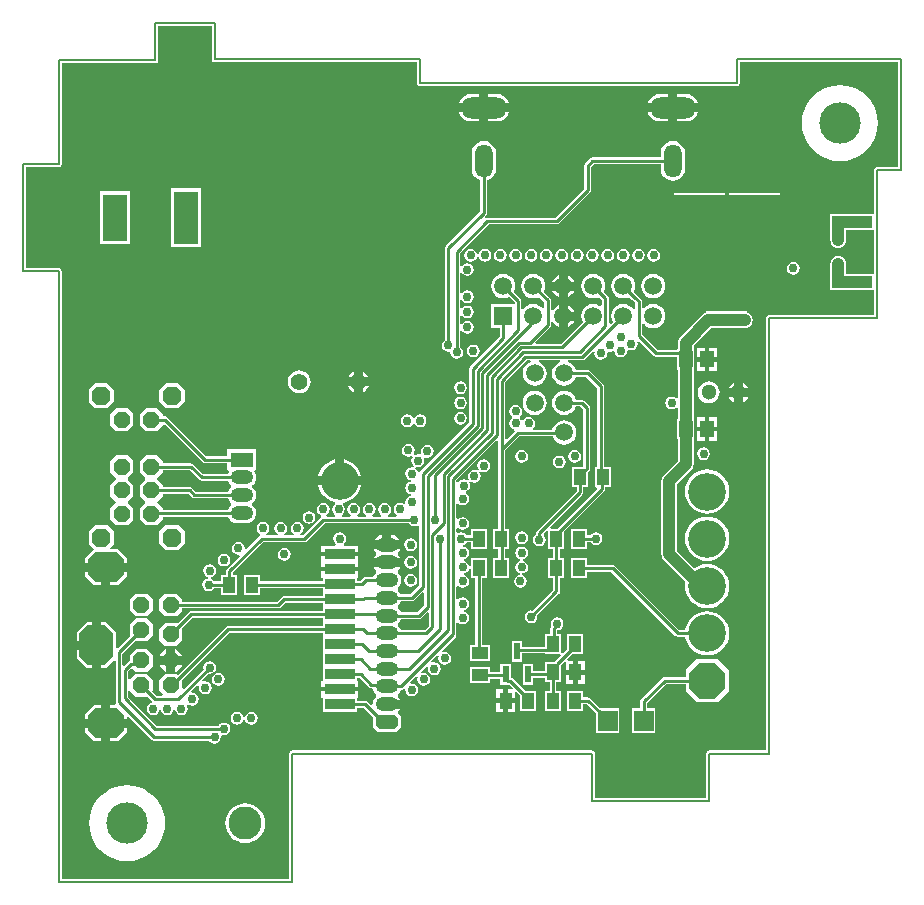
<source format=gbl>
G04*
G04 #@! TF.GenerationSoftware,Altium Limited,Altium Designer,20.2.4 (192)*
G04*
G04 Layer_Physical_Order=2*
G04 Layer_Color=16711680*
%FSLAX25Y25*%
%MOIN*%
G70*
G04*
G04 #@! TF.SameCoordinates,2C05E507-4EA5-4E47-A472-78439CCED8C8*
G04*
G04*
G04 #@! TF.FilePolarity,Positive*
G04*
G01*
G75*
%ADD10C,0.00787*%
%ADD12C,0.01000*%
%ADD44C,0.01500*%
%ADD45C,0.04000*%
%ADD46O,0.05906X0.11024*%
%ADD47O,0.15354X0.07087*%
%ADD48O,0.07480X0.04724*%
G04:AMPARAMS|DCode=49|XSize=47.24mil|YSize=74.8mil|CornerRadius=0mil|HoleSize=0mil|Usage=FLASHONLY|Rotation=90.000|XOffset=0mil|YOffset=0mil|HoleType=Round|Shape=Octagon|*
%AMOCTAGOND49*
4,1,8,-0.03740,-0.01181,-0.03740,0.01181,-0.02559,0.02362,0.02559,0.02362,0.03740,0.01181,0.03740,-0.01181,0.02559,-0.02362,-0.02559,-0.02362,-0.03740,-0.01181,0.0*
%
%ADD49OCTAGOND49*%

%ADD50C,0.05512*%
%ADD51C,0.05118*%
%ADD52C,0.12598*%
%ADD53R,0.07874X0.15748*%
%ADD54R,0.07874X0.17717*%
%ADD55P,0.13210X8X112.5*%
%ADD56R,0.07480X0.04724*%
%ADD57P,0.05966X8X112.5*%
G04:AMPARAMS|DCode=58|XSize=98.43mil|YSize=118.11mil|CornerRadius=0mil|HoleSize=0mil|Usage=FLASHONLY|Rotation=270.000|XOffset=0mil|YOffset=0mil|HoleType=Round|Shape=Octagon|*
%AMOCTAGOND58*
4,1,8,0.05906,0.02461,0.05906,-0.02461,0.03445,-0.04921,-0.03445,-0.04921,-0.05906,-0.02461,-0.05906,0.02461,-0.03445,0.04921,0.03445,0.04921,0.05906,0.02461,0.0*
%
%ADD58OCTAGOND58*%

G04:AMPARAMS|DCode=59|XSize=110.24mil|YSize=133.86mil|CornerRadius=0mil|HoleSize=0mil|Usage=FLASHONLY|Rotation=0.000|XOffset=0mil|YOffset=0mil|HoleType=Round|Shape=Octagon|*
%AMOCTAGOND59*
4,1,8,-0.02756,0.06693,0.02756,0.06693,0.05512,0.03937,0.05512,-0.03937,0.02756,-0.06693,-0.02756,-0.06693,-0.05512,-0.03937,-0.05512,0.03937,-0.02756,0.06693,0.0*
%
%ADD59OCTAGOND59*%

%ADD60P,0.06818X8X112.5*%
%ADD61C,0.05906*%
%ADD62R,0.05906X0.05906*%
%ADD63C,0.13780*%
%ADD64C,0.11024*%
%ADD65C,0.03000*%
%ADD66C,0.04000*%
%ADD67R,0.04134X0.05512*%
%ADD68R,0.02362X0.05709*%
%ADD69R,0.04528X0.05709*%
%ADD70R,0.05512X0.04134*%
%ADD71R,0.33465X0.37402*%
%ADD72R,0.13386X0.04134*%
%ADD73R,0.06693X0.07087*%
%ADD74R,0.10236X0.03740*%
G36*
X43869Y1575D02*
X43946Y1187D01*
X44166Y858D01*
X44494Y639D01*
X44882Y562D01*
X112373D01*
Y-6299D01*
X112450Y-6687D01*
X112669Y-7016D01*
X112998Y-7235D01*
X113386Y-7312D01*
X218898D01*
X219285Y-7235D01*
X219614Y-7016D01*
X219834Y-6687D01*
X219911Y-6299D01*
Y562D01*
X272806D01*
Y-34420D01*
X265748D01*
X265360Y-34497D01*
X265032Y-34717D01*
X264812Y-35045D01*
X264735Y-35433D01*
Y-49931D01*
X250187D01*
Y-52495D01*
X250165Y-52665D01*
X250165Y-52665D01*
Y-58422D01*
X250133Y-58661D01*
X250223Y-59340D01*
X250485Y-59973D01*
X250902Y-60516D01*
X251445Y-60932D01*
X252077Y-61194D01*
X252756Y-61284D01*
X253435Y-61194D01*
X254067Y-60932D01*
X254610Y-60516D01*
X254642Y-60484D01*
X254642Y-60484D01*
X255059Y-59941D01*
X255321Y-59309D01*
X255410Y-58630D01*
X255410Y-58630D01*
Y-55265D01*
X264735D01*
Y-69932D01*
X255410D01*
Y-66567D01*
X255410Y-66567D01*
X255321Y-65888D01*
X255059Y-65256D01*
X254642Y-64713D01*
X254642Y-64713D01*
X254610Y-64681D01*
X254067Y-64264D01*
X253435Y-64002D01*
X252756Y-63913D01*
X252077Y-64002D01*
X251445Y-64264D01*
X250902Y-64681D01*
X250485Y-65224D01*
X250223Y-65857D01*
X250133Y-66535D01*
X250165Y-66775D01*
Y-72531D01*
X250165Y-72531D01*
X250187Y-72702D01*
Y-75265D01*
X264735D01*
Y-83632D01*
X229724D01*
X229337Y-83710D01*
X229008Y-83929D01*
X228788Y-84258D01*
X228711Y-84646D01*
Y-228829D01*
X209842D01*
X209455Y-228906D01*
X209126Y-229126D01*
X208907Y-229455D01*
X208829Y-229842D01*
Y-244577D01*
X171683D01*
Y-229842D01*
X171605Y-229455D01*
X171386Y-229126D01*
X171057Y-228906D01*
X170669Y-228829D01*
X70866D01*
X70478Y-228906D01*
X70150Y-229126D01*
X69930Y-229455D01*
X69853Y-229842D01*
Y-271743D01*
X-6073D01*
Y-68898D01*
X-6151Y-68510D01*
X-6370Y-68181D01*
X-6699Y-67962D01*
X-7087Y-67884D01*
X-17885D01*
Y-34478D01*
X-7087D01*
X-6699Y-34401D01*
X-6370Y-34181D01*
X-6151Y-33852D01*
X-6073Y-33465D01*
Y168D01*
X25000D01*
X25388Y245D01*
X25716Y465D01*
X25936Y793D01*
X26013Y1181D01*
Y12766D01*
X43869D01*
Y1575D01*
D02*
G37*
%LPC*%
G36*
X201772Y-9984D02*
X199138D01*
Y-13067D01*
X206068D01*
X205740Y-12276D01*
X205012Y-11327D01*
X204063Y-10598D01*
X202958Y-10141D01*
X201772Y-9984D01*
D02*
G37*
G36*
X196138D02*
X193504D01*
X192318Y-10141D01*
X191213Y-10598D01*
X190264Y-11327D01*
X189535Y-12276D01*
X189208Y-13067D01*
X196138D01*
Y-9984D01*
D02*
G37*
G36*
X138779D02*
X136146D01*
Y-13067D01*
X143076D01*
X142748Y-12276D01*
X142020Y-11327D01*
X141071Y-10598D01*
X139966Y-10141D01*
X138779Y-9984D01*
D02*
G37*
G36*
X133146D02*
X130512D01*
X129326Y-10141D01*
X128221Y-10598D01*
X127271Y-11327D01*
X126543Y-12276D01*
X126216Y-13067D01*
X133146D01*
Y-9984D01*
D02*
G37*
G36*
X206068Y-16067D02*
X199138D01*
Y-19149D01*
X201772D01*
X202958Y-18993D01*
X204063Y-18535D01*
X205012Y-17807D01*
X205740Y-16858D01*
X206068Y-16067D01*
D02*
G37*
G36*
X196138D02*
X189208D01*
X189535Y-16858D01*
X190264Y-17807D01*
X191213Y-18535D01*
X192318Y-18993D01*
X193504Y-19149D01*
X196138D01*
Y-16067D01*
D02*
G37*
G36*
X143076Y-16067D02*
X136146D01*
Y-19149D01*
X138779D01*
X139966Y-18993D01*
X141071Y-18535D01*
X142020Y-17807D01*
X142748Y-16858D01*
X143076Y-16067D01*
D02*
G37*
G36*
X133146D02*
X126216D01*
X126543Y-16858D01*
X127271Y-17807D01*
X128221Y-18535D01*
X129326Y-18993D01*
X130512Y-19149D01*
X133146D01*
Y-16067D01*
D02*
G37*
G36*
X197638Y-25687D02*
X196593Y-25825D01*
X195619Y-26228D01*
X194783Y-26870D01*
X194141Y-27706D01*
X193738Y-28679D01*
X193600Y-29724D01*
Y-31162D01*
X170866D01*
X170866Y-31162D01*
X170437Y-31247D01*
X170073Y-31490D01*
X170073Y-31490D01*
X168498Y-33065D01*
X168255Y-33429D01*
X168170Y-33858D01*
X168170Y-33858D01*
Y-41562D01*
X158491Y-51241D01*
X135827D01*
X135827Y-51241D01*
X135398Y-51326D01*
X135286Y-51401D01*
X134904Y-50934D01*
X135439Y-50399D01*
X135439Y-50399D01*
X135682Y-50036D01*
X135767Y-49606D01*
Y-38710D01*
X136664Y-38339D01*
X137501Y-37697D01*
X138142Y-36861D01*
X138545Y-35888D01*
X138683Y-34843D01*
Y-29724D01*
X138545Y-28679D01*
X138142Y-27706D01*
X137501Y-26870D01*
X136664Y-26228D01*
X135691Y-25825D01*
X134646Y-25687D01*
X133601Y-25825D01*
X132627Y-26228D01*
X131791Y-26870D01*
X131149Y-27706D01*
X130746Y-28679D01*
X130608Y-29724D01*
Y-34843D01*
X130746Y-35888D01*
X131149Y-36861D01*
X131791Y-37697D01*
X132627Y-38339D01*
X133524Y-38710D01*
Y-49142D01*
X122042Y-60624D01*
X121799Y-60988D01*
X121713Y-61417D01*
X121713Y-61417D01*
Y-91925D01*
X121321Y-92187D01*
X120856Y-92881D01*
X120694Y-93701D01*
X120856Y-94520D01*
X121321Y-95215D01*
X122015Y-95679D01*
X122835Y-95842D01*
X122932Y-95823D01*
X123483Y-96230D01*
X123612Y-96882D01*
X124076Y-97577D01*
X124771Y-98041D01*
X125591Y-98204D01*
X126410Y-98041D01*
X127105Y-97577D01*
X127569Y-96882D01*
X127732Y-96063D01*
X127569Y-95244D01*
X127105Y-94549D01*
X126712Y-94287D01*
Y-89031D01*
X127312Y-88849D01*
X127620Y-89309D01*
X128314Y-89773D01*
X129134Y-89936D01*
X129953Y-89773D01*
X130648Y-89309D01*
X131112Y-88615D01*
X131275Y-87795D01*
X131112Y-86976D01*
X130648Y-86281D01*
X129953Y-85817D01*
X129134Y-85654D01*
X128314Y-85817D01*
X127620Y-86281D01*
X127312Y-86742D01*
X126712Y-86560D01*
Y-83913D01*
X127312Y-83731D01*
X127620Y-84191D01*
X128314Y-84655D01*
X129134Y-84818D01*
X129953Y-84655D01*
X130648Y-84191D01*
X131112Y-83497D01*
X131275Y-82677D01*
X131112Y-81858D01*
X130648Y-81163D01*
X129953Y-80699D01*
X129134Y-80536D01*
X128314Y-80699D01*
X127620Y-81163D01*
X127312Y-81624D01*
X126712Y-81442D01*
Y-78794D01*
X127312Y-78613D01*
X127620Y-79073D01*
X128314Y-79537D01*
X129134Y-79700D01*
X129953Y-79537D01*
X130648Y-79073D01*
X131112Y-78378D01*
X131275Y-77559D01*
X131112Y-76740D01*
X130648Y-76045D01*
X129953Y-75581D01*
X129134Y-75418D01*
X128314Y-75581D01*
X127620Y-76045D01*
X127312Y-76506D01*
X126712Y-76324D01*
Y-69739D01*
X127312Y-69557D01*
X127620Y-70018D01*
X128314Y-70482D01*
X129134Y-70645D01*
X129953Y-70482D01*
X130648Y-70018D01*
X131112Y-69323D01*
X131275Y-68504D01*
X131112Y-67685D01*
X130648Y-66990D01*
X129953Y-66526D01*
X129134Y-66363D01*
X128314Y-66526D01*
X127620Y-66990D01*
X127312Y-67450D01*
X126712Y-67269D01*
Y-63063D01*
X136291Y-53484D01*
X158956D01*
X158956Y-53484D01*
X159385Y-53398D01*
X159749Y-53155D01*
X170084Y-42820D01*
X170084Y-42820D01*
X170327Y-42456D01*
X170413Y-42026D01*
X170413Y-42026D01*
Y-34323D01*
X171331Y-33405D01*
X193600D01*
Y-34843D01*
X193738Y-35888D01*
X194141Y-36861D01*
X194783Y-37697D01*
X195619Y-38339D01*
X196593Y-38742D01*
X197638Y-38880D01*
X198683Y-38742D01*
X199656Y-38339D01*
X200493Y-37697D01*
X201134Y-36861D01*
X201537Y-35888D01*
X201675Y-34843D01*
Y-29724D01*
X201537Y-28679D01*
X201134Y-27706D01*
X200493Y-26870D01*
X199656Y-26228D01*
X198683Y-25825D01*
X197638Y-25687D01*
D02*
G37*
G36*
X253346Y-7038D02*
X251368Y-7194D01*
X249438Y-7657D01*
X247605Y-8417D01*
X245913Y-9454D01*
X244404Y-10742D01*
X243115Y-12251D01*
X242078Y-13943D01*
X241319Y-15777D01*
X240855Y-17707D01*
X240700Y-19685D01*
X240855Y-21664D01*
X241319Y-23593D01*
X242078Y-25427D01*
X243115Y-27119D01*
X244404Y-28628D01*
X245913Y-29917D01*
X247605Y-30953D01*
X249438Y-31713D01*
X251368Y-32176D01*
X253346Y-32332D01*
X255325Y-32176D01*
X257255Y-31713D01*
X259088Y-30953D01*
X260780Y-29917D01*
X262289Y-28628D01*
X263578Y-27119D01*
X264615Y-25427D01*
X265374Y-23593D01*
X265838Y-21664D01*
X265993Y-19685D01*
X265838Y-17707D01*
X265374Y-15777D01*
X264615Y-13943D01*
X263578Y-12251D01*
X262289Y-10742D01*
X260780Y-9454D01*
X259088Y-8417D01*
X257255Y-7657D01*
X255325Y-7194D01*
X253346Y-7038D01*
D02*
G37*
G36*
X233480Y-42898D02*
X216498D01*
Y-43701D01*
X233480D01*
Y-42898D01*
D02*
G37*
G36*
X214998D02*
X198016D01*
Y-43701D01*
X214998D01*
Y-42898D01*
D02*
G37*
G36*
X16798Y-42257D02*
X6824D01*
Y-60105D01*
X16798D01*
Y-42257D01*
D02*
G37*
G36*
X40420Y-41273D02*
X30446D01*
Y-61089D01*
X40420D01*
Y-41273D01*
D02*
G37*
G36*
X135039Y-61638D02*
X134220Y-61801D01*
X133525Y-62265D01*
X133061Y-62960D01*
X132983Y-63353D01*
X132371D01*
X132293Y-62960D01*
X131829Y-62265D01*
X131134Y-61801D01*
X130315Y-61638D01*
X129496Y-61801D01*
X128801Y-62265D01*
X128337Y-62960D01*
X128174Y-63779D01*
X128337Y-64599D01*
X128801Y-65294D01*
X129496Y-65758D01*
X130315Y-65921D01*
X131134Y-65758D01*
X131829Y-65294D01*
X132293Y-64599D01*
X132371Y-64206D01*
X132983D01*
X133061Y-64599D01*
X133525Y-65294D01*
X134220Y-65758D01*
X135039Y-65921D01*
X135859Y-65758D01*
X136553Y-65294D01*
X137018Y-64599D01*
X137180Y-63779D01*
X137018Y-62960D01*
X136553Y-62265D01*
X135859Y-61801D01*
X135039Y-61638D01*
D02*
G37*
G36*
X191339D02*
X190519Y-61801D01*
X189825Y-62265D01*
X189360Y-62960D01*
X189197Y-63779D01*
X189360Y-64599D01*
X189825Y-65294D01*
X190519Y-65758D01*
X191339Y-65921D01*
X192158Y-65758D01*
X192853Y-65294D01*
X193317Y-64599D01*
X193480Y-63779D01*
X193317Y-62960D01*
X192853Y-62265D01*
X192158Y-61801D01*
X191339Y-61638D01*
D02*
G37*
G36*
X186221D02*
X185401Y-61801D01*
X184706Y-62265D01*
X184242Y-62960D01*
X184079Y-63779D01*
X184242Y-64599D01*
X184706Y-65294D01*
X185401Y-65758D01*
X186221Y-65921D01*
X187040Y-65758D01*
X187734Y-65294D01*
X188199Y-64599D01*
X188362Y-63779D01*
X188199Y-62960D01*
X187734Y-62265D01*
X187040Y-61801D01*
X186221Y-61638D01*
D02*
G37*
G36*
X181102D02*
X180283Y-61801D01*
X179588Y-62265D01*
X179124Y-62960D01*
X178961Y-63779D01*
X179124Y-64599D01*
X179588Y-65294D01*
X180283Y-65758D01*
X181102Y-65921D01*
X181922Y-65758D01*
X182616Y-65294D01*
X183080Y-64599D01*
X183244Y-63779D01*
X183080Y-62960D01*
X182616Y-62265D01*
X181922Y-61801D01*
X181102Y-61638D01*
D02*
G37*
G36*
X175984D02*
X175165Y-61801D01*
X174470Y-62265D01*
X174006Y-62960D01*
X173843Y-63779D01*
X174006Y-64599D01*
X174470Y-65294D01*
X175165Y-65758D01*
X175984Y-65921D01*
X176804Y-65758D01*
X177498Y-65294D01*
X177962Y-64599D01*
X178125Y-63779D01*
X177962Y-62960D01*
X177498Y-62265D01*
X176804Y-61801D01*
X175984Y-61638D01*
D02*
G37*
G36*
X170866D02*
X170047Y-61801D01*
X169352Y-62265D01*
X168888Y-62960D01*
X168725Y-63779D01*
X168888Y-64599D01*
X169352Y-65294D01*
X170047Y-65758D01*
X170866Y-65921D01*
X171686Y-65758D01*
X172380Y-65294D01*
X172844Y-64599D01*
X173007Y-63779D01*
X172844Y-62960D01*
X172380Y-62265D01*
X171686Y-61801D01*
X170866Y-61638D01*
D02*
G37*
G36*
X165748D02*
X164929Y-61801D01*
X164234Y-62265D01*
X163770Y-62960D01*
X163607Y-63779D01*
X163770Y-64599D01*
X164234Y-65294D01*
X164929Y-65758D01*
X165748Y-65921D01*
X166567Y-65758D01*
X167262Y-65294D01*
X167726Y-64599D01*
X167889Y-63779D01*
X167726Y-62960D01*
X167262Y-62265D01*
X166567Y-61801D01*
X165748Y-61638D01*
D02*
G37*
G36*
X160630D02*
X159810Y-61801D01*
X159116Y-62265D01*
X158652Y-62960D01*
X158489Y-63779D01*
X158652Y-64599D01*
X159116Y-65294D01*
X159810Y-65758D01*
X160630Y-65921D01*
X161449Y-65758D01*
X162144Y-65294D01*
X162608Y-64599D01*
X162771Y-63779D01*
X162608Y-62960D01*
X162144Y-62265D01*
X161449Y-61801D01*
X160630Y-61638D01*
D02*
G37*
G36*
X155512D02*
X154692Y-61801D01*
X153998Y-62265D01*
X153534Y-62960D01*
X153371Y-63779D01*
X153534Y-64599D01*
X153998Y-65294D01*
X154692Y-65758D01*
X155512Y-65921D01*
X156331Y-65758D01*
X157026Y-65294D01*
X157490Y-64599D01*
X157653Y-63779D01*
X157490Y-62960D01*
X157026Y-62265D01*
X156331Y-61801D01*
X155512Y-61638D01*
D02*
G37*
G36*
X150394D02*
X149574Y-61801D01*
X148880Y-62265D01*
X148416Y-62960D01*
X148253Y-63779D01*
X148416Y-64599D01*
X148880Y-65294D01*
X149574Y-65758D01*
X150394Y-65921D01*
X151213Y-65758D01*
X151908Y-65294D01*
X152372Y-64599D01*
X152535Y-63779D01*
X152372Y-62960D01*
X151908Y-62265D01*
X151213Y-61801D01*
X150394Y-61638D01*
D02*
G37*
G36*
X145276D02*
X144456Y-61801D01*
X143762Y-62265D01*
X143297Y-62960D01*
X143134Y-63779D01*
X143297Y-64599D01*
X143762Y-65294D01*
X144456Y-65758D01*
X145276Y-65921D01*
X146095Y-65758D01*
X146790Y-65294D01*
X147254Y-64599D01*
X147417Y-63779D01*
X147254Y-62960D01*
X146790Y-62265D01*
X146095Y-61801D01*
X145276Y-61638D01*
D02*
G37*
G36*
X140157D02*
X139338Y-61801D01*
X138644Y-62265D01*
X138179Y-62960D01*
X138016Y-63779D01*
X138179Y-64599D01*
X138644Y-65294D01*
X139338Y-65758D01*
X140157Y-65921D01*
X140977Y-65758D01*
X141672Y-65294D01*
X142136Y-64599D01*
X142299Y-63779D01*
X142136Y-62960D01*
X141672Y-62265D01*
X140977Y-61801D01*
X140157Y-61638D01*
D02*
G37*
G36*
X237795Y-65969D02*
X236976Y-66132D01*
X236281Y-66596D01*
X235817Y-67291D01*
X235654Y-68110D01*
X235817Y-68930D01*
X236281Y-69624D01*
X236976Y-70088D01*
X237795Y-70251D01*
X238615Y-70088D01*
X239309Y-69624D01*
X239773Y-68930D01*
X239936Y-68110D01*
X239773Y-67291D01*
X239309Y-66596D01*
X238615Y-66132D01*
X237795Y-65969D01*
D02*
G37*
G36*
X162642Y-70359D02*
Y-72516D01*
X164799D01*
X164594Y-72022D01*
X163961Y-71197D01*
X163135Y-70563D01*
X162642Y-70359D01*
D02*
G37*
G36*
X159642Y-70359D02*
X159148Y-70563D01*
X158323Y-71197D01*
X157689Y-72022D01*
X157485Y-72516D01*
X159642D01*
Y-70359D01*
D02*
G37*
G36*
Y-75516D02*
X157485D01*
X157689Y-76009D01*
X158323Y-76835D01*
X159148Y-77469D01*
X159642Y-77673D01*
Y-75516D01*
D02*
G37*
G36*
X164799D02*
X162642D01*
Y-77673D01*
X163135Y-77469D01*
X163961Y-76835D01*
X164594Y-76009D01*
X164799Y-75516D01*
D02*
G37*
G36*
X191142Y-69978D02*
X190097Y-70116D01*
X189123Y-70519D01*
X188287Y-71161D01*
X187645Y-71997D01*
X187242Y-72971D01*
X187104Y-74016D01*
X187242Y-75061D01*
X187645Y-76034D01*
X188287Y-76871D01*
X189123Y-77512D01*
X190097Y-77916D01*
X191142Y-78053D01*
X192187Y-77916D01*
X193160Y-77512D01*
X193997Y-76871D01*
X194638Y-76034D01*
X195042Y-75061D01*
X195179Y-74016D01*
X195042Y-72971D01*
X194638Y-71997D01*
X193997Y-71161D01*
X193160Y-70519D01*
X192187Y-70116D01*
X191142Y-69978D01*
D02*
G37*
G36*
X181142D02*
X180097Y-70116D01*
X179123Y-70519D01*
X178287Y-71161D01*
X177645Y-71997D01*
X177242Y-72971D01*
X177104Y-74016D01*
X177242Y-75061D01*
X177645Y-76034D01*
X178287Y-76871D01*
X179123Y-77512D01*
X180097Y-77916D01*
X181142Y-78053D01*
X182187Y-77916D01*
X183084Y-77544D01*
X184167Y-78627D01*
X184246Y-78746D01*
X185099Y-79598D01*
Y-81612D01*
X184499Y-81816D01*
X183996Y-81161D01*
X183160Y-80519D01*
X182187Y-80116D01*
X181142Y-79978D01*
X180097Y-80116D01*
X179123Y-80519D01*
X178287Y-81161D01*
X177645Y-81997D01*
X177242Y-82971D01*
X177104Y-84016D01*
X177242Y-85061D01*
X177614Y-85958D01*
X176870Y-86701D01*
X176316Y-86471D01*
Y-78069D01*
X176316Y-78069D01*
X176231Y-77639D01*
X175988Y-77275D01*
X175988Y-77275D01*
X174670Y-75958D01*
X175041Y-75061D01*
X175179Y-74016D01*
X175041Y-72971D01*
X174638Y-71997D01*
X173996Y-71161D01*
X173160Y-70519D01*
X172187Y-70116D01*
X171142Y-69978D01*
X170097Y-70116D01*
X169123Y-70519D01*
X168287Y-71161D01*
X167645Y-71997D01*
X167242Y-72971D01*
X167104Y-74016D01*
X167242Y-75061D01*
X167645Y-76034D01*
X168287Y-76871D01*
X169123Y-77512D01*
X170097Y-77916D01*
X171142Y-78053D01*
X172187Y-77916D01*
X173084Y-77544D01*
X174073Y-78533D01*
Y-80463D01*
X173473Y-80759D01*
X173160Y-80519D01*
X172187Y-80116D01*
X171142Y-79978D01*
X170097Y-80116D01*
X169123Y-80519D01*
X168287Y-81161D01*
X167645Y-81997D01*
X167242Y-82971D01*
X167104Y-84016D01*
X167242Y-85061D01*
X167614Y-85958D01*
X160255Y-93316D01*
X151967D01*
X151738Y-92762D01*
X156699Y-87801D01*
X156699Y-87801D01*
X156942Y-87437D01*
X157027Y-87008D01*
Y-85979D01*
X157627Y-85860D01*
X157689Y-86009D01*
X158323Y-86835D01*
X159148Y-87468D01*
X159642Y-87673D01*
Y-84016D01*
Y-80359D01*
X159148Y-80563D01*
X158323Y-81197D01*
X157689Y-82022D01*
X157627Y-82172D01*
X157027Y-82052D01*
Y-78780D01*
X157027Y-78780D01*
X156942Y-78350D01*
X156699Y-77987D01*
X156699Y-77987D01*
X154670Y-75958D01*
X155042Y-75061D01*
X155179Y-74016D01*
X155042Y-72971D01*
X154638Y-71997D01*
X153997Y-71161D01*
X153160Y-70519D01*
X152187Y-70116D01*
X151142Y-69978D01*
X150097Y-70116D01*
X149123Y-70519D01*
X148287Y-71161D01*
X147645Y-71997D01*
X147242Y-72971D01*
X147104Y-74016D01*
X147242Y-75061D01*
X147645Y-76034D01*
X148287Y-76871D01*
X149123Y-77512D01*
X150097Y-77916D01*
X151142Y-78053D01*
X152187Y-77916D01*
X153084Y-77544D01*
X154784Y-79244D01*
Y-81201D01*
X154184Y-81405D01*
X153997Y-81161D01*
X153160Y-80519D01*
X152187Y-80116D01*
X151142Y-79978D01*
X150097Y-80116D01*
X149123Y-80519D01*
X148287Y-81161D01*
X147784Y-81816D01*
X147185Y-81612D01*
Y-78937D01*
X147185Y-78937D01*
X147099Y-78508D01*
X146856Y-78144D01*
X146856Y-78144D01*
X144670Y-75958D01*
X145042Y-75061D01*
X145179Y-74016D01*
X145042Y-72971D01*
X144638Y-71997D01*
X143997Y-71161D01*
X143160Y-70519D01*
X142187Y-70116D01*
X141142Y-69978D01*
X140097Y-70116D01*
X139123Y-70519D01*
X138287Y-71161D01*
X137645Y-71997D01*
X137242Y-72971D01*
X137104Y-74016D01*
X137242Y-75061D01*
X137645Y-76034D01*
X138287Y-76871D01*
X139123Y-77512D01*
X140097Y-77916D01*
X141142Y-78053D01*
X142187Y-77916D01*
X143084Y-77544D01*
X144941Y-79402D01*
Y-80013D01*
X137139D01*
Y-88019D01*
X140020D01*
Y-90880D01*
X130158Y-100742D01*
X129915Y-101106D01*
X129830Y-101535D01*
X129830Y-101535D01*
Y-119372D01*
X113486Y-135716D01*
X113269Y-136040D01*
X113105Y-136060D01*
X112648Y-135994D01*
X112608Y-135795D01*
X112144Y-135100D01*
X111815Y-134881D01*
X112049Y-134315D01*
X112598Y-134425D01*
X113418Y-134262D01*
X114112Y-133798D01*
X114577Y-133103D01*
X114740Y-132283D01*
X114606Y-131613D01*
X114731Y-131420D01*
X114884Y-131266D01*
X115078Y-131142D01*
X115748Y-131275D01*
X116567Y-131112D01*
X117262Y-130648D01*
X117726Y-129953D01*
X117889Y-129134D01*
X117726Y-128314D01*
X117262Y-127620D01*
X116567Y-127156D01*
X115748Y-126993D01*
X114929Y-127156D01*
X114234Y-127620D01*
X113770Y-128314D01*
X113607Y-129134D01*
X113740Y-129804D01*
X113616Y-129997D01*
X113462Y-130151D01*
X113269Y-130276D01*
X112598Y-130142D01*
X111779Y-130305D01*
X111546Y-130461D01*
X111114Y-130028D01*
X111427Y-129560D01*
X111590Y-128740D01*
X111427Y-127921D01*
X110963Y-127226D01*
X110268Y-126762D01*
X109449Y-126599D01*
X108629Y-126762D01*
X107935Y-127226D01*
X107471Y-127921D01*
X107308Y-128740D01*
X107471Y-129560D01*
X107935Y-130254D01*
X108629Y-130718D01*
X109449Y-130881D01*
X110268Y-130718D01*
X110501Y-130563D01*
X110933Y-130996D01*
X110620Y-131464D01*
X110457Y-132283D01*
X110620Y-133103D01*
X111084Y-133798D01*
X111413Y-134017D01*
X111179Y-134582D01*
X110630Y-134473D01*
X109810Y-134636D01*
X109116Y-135100D01*
X108652Y-135795D01*
X108489Y-136614D01*
X108652Y-137434D01*
X109116Y-138128D01*
X109810Y-138592D01*
X110204Y-138671D01*
Y-139282D01*
X109810Y-139360D01*
X109116Y-139825D01*
X108652Y-140519D01*
X108489Y-141339D01*
X108652Y-142158D01*
X109116Y-142853D01*
X109810Y-143317D01*
X110204Y-143395D01*
Y-144007D01*
X109810Y-144085D01*
X109116Y-144549D01*
X108652Y-145244D01*
X108489Y-146063D01*
X108566Y-146451D01*
X108021Y-146787D01*
X107512Y-146447D01*
X106693Y-146284D01*
X105874Y-146447D01*
X105179Y-146911D01*
X104715Y-147606D01*
X104552Y-148425D01*
X104715Y-149245D01*
X105179Y-149939D01*
X105640Y-150247D01*
X105457Y-150847D01*
X102810D01*
X102628Y-150247D01*
X103089Y-149939D01*
X103553Y-149245D01*
X103716Y-148425D01*
X103553Y-147606D01*
X103089Y-146911D01*
X102394Y-146447D01*
X101575Y-146284D01*
X100755Y-146447D01*
X100061Y-146911D01*
X99597Y-147606D01*
X99434Y-148425D01*
X99597Y-149245D01*
X100061Y-149939D01*
X100521Y-150247D01*
X100339Y-150847D01*
X97692D01*
X97510Y-150247D01*
X97971Y-149939D01*
X98435Y-149245D01*
X98598Y-148425D01*
X98435Y-147606D01*
X97971Y-146911D01*
X97276Y-146447D01*
X96457Y-146284D01*
X95637Y-146447D01*
X94943Y-146911D01*
X94478Y-147606D01*
X94315Y-148425D01*
X94478Y-149245D01*
X94943Y-149939D01*
X95403Y-150247D01*
X95221Y-150847D01*
X92574D01*
X92392Y-150247D01*
X92853Y-149939D01*
X93317Y-149245D01*
X93480Y-148425D01*
X93317Y-147606D01*
X92853Y-146911D01*
X92158Y-146447D01*
X91339Y-146284D01*
X90519Y-146447D01*
X89825Y-146911D01*
X89360Y-147606D01*
X89197Y-148425D01*
X89360Y-149245D01*
X89825Y-149939D01*
X90285Y-150247D01*
X90103Y-150847D01*
X87456D01*
X87274Y-150247D01*
X87735Y-149939D01*
X88199Y-149245D01*
X88362Y-148425D01*
X88199Y-147606D01*
X87735Y-146911D01*
X87594Y-146817D01*
X87749Y-146199D01*
X88045Y-146170D01*
X89421Y-145753D01*
X90689Y-145075D01*
X91800Y-144163D01*
X92713Y-143051D01*
X93390Y-141783D01*
X93787Y-140476D01*
X86614D01*
X79441D01*
X79838Y-141783D01*
X80516Y-143051D01*
X81428Y-144163D01*
X82539Y-145075D01*
X83807Y-145753D01*
X84876Y-146077D01*
X84973Y-146733D01*
X84706Y-146911D01*
X84242Y-147606D01*
X84079Y-148425D01*
X84242Y-149245D01*
X84706Y-149939D01*
X85167Y-150247D01*
X84985Y-150847D01*
X82338D01*
X82156Y-150247D01*
X82616Y-149939D01*
X83081Y-149245D01*
X83244Y-148425D01*
X83081Y-147606D01*
X82616Y-146911D01*
X81922Y-146447D01*
X81102Y-146284D01*
X80283Y-146447D01*
X79588Y-146911D01*
X79124Y-147606D01*
X78961Y-148425D01*
X79124Y-149245D01*
X79588Y-149939D01*
X80283Y-150403D01*
X80387Y-150424D01*
X80488Y-151056D01*
X80309Y-151175D01*
X80309Y-151175D01*
X74339Y-157146D01*
X73676D01*
X73494Y-156546D01*
X73955Y-156238D01*
X74419Y-155544D01*
X74582Y-154724D01*
X74419Y-153905D01*
X73955Y-153210D01*
X73260Y-152746D01*
X72441Y-152583D01*
X71622Y-152746D01*
X70927Y-153210D01*
X70463Y-153905D01*
X70300Y-154724D01*
X70463Y-155544D01*
X70927Y-156238D01*
X71387Y-156546D01*
X71206Y-157146D01*
X68165D01*
X67983Y-156546D01*
X68443Y-156238D01*
X68907Y-155544D01*
X69070Y-154724D01*
X68907Y-153905D01*
X68443Y-153210D01*
X67748Y-152746D01*
X66929Y-152583D01*
X66110Y-152746D01*
X65415Y-153210D01*
X64951Y-153905D01*
X64788Y-154724D01*
X64951Y-155544D01*
X65415Y-156238D01*
X65876Y-156546D01*
X65694Y-157146D01*
X62259D01*
X62077Y-156546D01*
X62538Y-156238D01*
X63002Y-155544D01*
X63165Y-154724D01*
X63002Y-153905D01*
X62538Y-153210D01*
X61843Y-152746D01*
X61024Y-152583D01*
X60204Y-152746D01*
X59510Y-153210D01*
X59045Y-153905D01*
X58882Y-154724D01*
X59045Y-155544D01*
X59510Y-156238D01*
X60108Y-156638D01*
X60160Y-156970D01*
X60106Y-157295D01*
X59837Y-157475D01*
X55413Y-161898D01*
X54860Y-161603D01*
X54897Y-161417D01*
X54734Y-160598D01*
X54270Y-159903D01*
X53575Y-159439D01*
X52756Y-159276D01*
X51937Y-159439D01*
X51242Y-159903D01*
X50778Y-160598D01*
X50615Y-161417D01*
X50778Y-162237D01*
X51242Y-162931D01*
X51937Y-163396D01*
X52756Y-163558D01*
X52941Y-163522D01*
X53237Y-164075D01*
X49010Y-168301D01*
X48767Y-168665D01*
X48682Y-169095D01*
X48682Y-169095D01*
Y-170266D01*
X47136D01*
Y-172501D01*
X44690D01*
X44427Y-172108D01*
X43733Y-171644D01*
X43537Y-171605D01*
Y-170993D01*
X44126Y-170876D01*
X44821Y-170412D01*
X45285Y-169717D01*
X45448Y-168898D01*
X45285Y-168078D01*
X44821Y-167384D01*
X44126Y-166920D01*
X43307Y-166756D01*
X42488Y-166920D01*
X41793Y-167384D01*
X41329Y-168078D01*
X41166Y-168898D01*
X41329Y-169717D01*
X41793Y-170412D01*
X42488Y-170876D01*
X42684Y-170915D01*
Y-171527D01*
X42094Y-171644D01*
X41399Y-172108D01*
X40935Y-172803D01*
X40772Y-173622D01*
X40935Y-174441D01*
X41399Y-175136D01*
X42094Y-175600D01*
X42913Y-175763D01*
X43733Y-175600D01*
X44427Y-175136D01*
X44690Y-174744D01*
X47136D01*
Y-176978D01*
X52470D01*
Y-170266D01*
X50925D01*
Y-169559D01*
X61094Y-159389D01*
X74803D01*
X74803Y-159389D01*
X75232Y-159304D01*
X75596Y-159061D01*
X81567Y-153090D01*
X109641D01*
X109903Y-153482D01*
X110598Y-153947D01*
X111417Y-154110D01*
X112237Y-153947D01*
X112557Y-153733D01*
X113157Y-154053D01*
Y-173839D01*
X110165Y-176831D01*
X106969D01*
X106721Y-176232D01*
X106174Y-175519D01*
X105888Y-175300D01*
Y-174700D01*
X106174Y-174481D01*
X106721Y-173768D01*
X107064Y-172938D01*
X107182Y-172047D01*
X107064Y-171157D01*
X106721Y-170326D01*
X106174Y-169614D01*
X105949Y-169441D01*
X105949Y-168685D01*
X106138Y-168540D01*
X106677Y-167837D01*
X106758Y-167642D01*
X102362D01*
X97966D01*
X98047Y-167837D01*
X98586Y-168540D01*
X98776Y-168685D01*
X98776Y-169441D01*
X98551Y-169614D01*
X98004Y-170326D01*
X97755Y-170926D01*
X95276D01*
X95276Y-170926D01*
X94846Y-171011D01*
X94482Y-171254D01*
X94482Y-171254D01*
X93472Y-172264D01*
X92332D01*
Y-171256D01*
X92732D01*
Y-169136D01*
X86614D01*
X80496D01*
Y-171256D01*
X80896D01*
Y-172501D01*
X59950D01*
Y-170266D01*
X54616D01*
Y-176978D01*
X59950D01*
Y-174744D01*
X80896D01*
Y-175856D01*
X80896D01*
Y-175916D01*
X80896D01*
Y-177264D01*
X68071D01*
X67642Y-177350D01*
X67278Y-177593D01*
X67278Y-177593D01*
X65677Y-179193D01*
X34121D01*
Y-178412D01*
X32218Y-176509D01*
X28412D01*
X26509Y-178412D01*
Y-182218D01*
X28412Y-184121D01*
X32218D01*
X34121Y-182218D01*
Y-181437D01*
X66142D01*
X66142Y-181437D01*
X66571Y-181351D01*
X66935Y-181108D01*
X68535Y-179507D01*
X80896D01*
Y-180856D01*
X80896D01*
Y-180916D01*
X80896D01*
Y-182264D01*
X37087D01*
X37087Y-182264D01*
X36657Y-182350D01*
X36294Y-182593D01*
X32376Y-186510D01*
X32218Y-186352D01*
X28412D01*
X26509Y-188254D01*
Y-192060D01*
X28412Y-193963D01*
X32218D01*
X34121Y-192060D01*
Y-188254D01*
X33962Y-188096D01*
X37551Y-184507D01*
X80896D01*
Y-185856D01*
X80896D01*
Y-185916D01*
X80896D01*
Y-187264D01*
X49409D01*
X49409Y-187264D01*
X48980Y-187350D01*
X48616Y-187593D01*
X32573Y-203636D01*
X32218Y-203281D01*
X28412D01*
X26509Y-205184D01*
Y-208990D01*
X27655Y-210135D01*
X27425Y-210689D01*
X25661D01*
X24120Y-209148D01*
X24278Y-208990D01*
Y-205184D01*
X22375Y-203281D01*
X18570D01*
X16682Y-205168D01*
X16082Y-205146D01*
Y-202433D01*
X17230Y-201285D01*
X18570Y-202625D01*
X22375D01*
X24278Y-200722D01*
Y-196916D01*
X22375Y-195013D01*
X18570D01*
X16667Y-196916D01*
Y-198923D01*
X16510Y-198954D01*
X16146Y-199197D01*
X16146Y-199197D01*
X14714Y-200629D01*
X14114Y-200381D01*
Y-196528D01*
X18411Y-192230D01*
X18570Y-192389D01*
X22375D01*
X24278Y-190486D01*
Y-186680D01*
X22375Y-184777D01*
X18570D01*
X16667Y-186680D01*
Y-190486D01*
X16825Y-190644D01*
X12624Y-194845D01*
X12024Y-194597D01*
Y-189264D01*
X8768Y-186008D01*
X7012D01*
Y-193701D01*
Y-201394D01*
X8768D01*
X11316Y-198845D01*
X11871Y-199075D01*
Y-212598D01*
X11871Y-212598D01*
X11956Y-213028D01*
X12047Y-213164D01*
X11759Y-213764D01*
X10161D01*
Y-218185D01*
X15567D01*
Y-217543D01*
X16121Y-217314D01*
X24010Y-225202D01*
X24010Y-225202D01*
X24374Y-225446D01*
X24803Y-225531D01*
X43106D01*
X43368Y-225923D01*
X44063Y-226388D01*
X44882Y-226551D01*
X45701Y-226388D01*
X46396Y-225923D01*
X46860Y-225229D01*
X47023Y-224410D01*
X46971Y-224149D01*
X46983Y-224123D01*
X47491Y-223687D01*
X48031Y-223795D01*
X48851Y-223632D01*
X49545Y-223168D01*
X50010Y-222473D01*
X50173Y-221654D01*
X50010Y-220834D01*
X49545Y-220140D01*
X48851Y-219675D01*
X48031Y-219512D01*
X47212Y-219675D01*
X46518Y-220140D01*
X46255Y-220532D01*
X25661D01*
X16082Y-210953D01*
Y-209027D01*
X16682Y-209005D01*
X18570Y-210893D01*
X22375D01*
X22534Y-210734D01*
X24074Y-212274D01*
X23877Y-212926D01*
X23590Y-212983D01*
X22895Y-213447D01*
X22431Y-214141D01*
X22268Y-214961D01*
X22431Y-215780D01*
X22895Y-216475D01*
X23590Y-216939D01*
X24409Y-217102D01*
X25229Y-216939D01*
X25923Y-216475D01*
X26388Y-215780D01*
X26466Y-215387D01*
X27077D01*
X27156Y-215780D01*
X27620Y-216475D01*
X28315Y-216939D01*
X29134Y-217102D01*
X29953Y-216939D01*
X30648Y-216475D01*
X31112Y-215780D01*
X31190Y-215387D01*
X31802D01*
X31880Y-215780D01*
X32344Y-216475D01*
X33039Y-216939D01*
X33858Y-217102D01*
X34678Y-216939D01*
X35372Y-216475D01*
X35836Y-215780D01*
X35999Y-214961D01*
X35836Y-214141D01*
X35681Y-213909D01*
X36114Y-213476D01*
X36582Y-213789D01*
X37402Y-213952D01*
X38221Y-213789D01*
X38916Y-213325D01*
X39380Y-212630D01*
X39543Y-211811D01*
X39380Y-210992D01*
X38916Y-210297D01*
X38221Y-209833D01*
X37402Y-209670D01*
X37216Y-209707D01*
X36920Y-209154D01*
X39224Y-206850D01*
X39726Y-207197D01*
X39591Y-207874D01*
X39754Y-208693D01*
X40218Y-209388D01*
X40913Y-209852D01*
X41732Y-210015D01*
X42552Y-209852D01*
X43246Y-209388D01*
X43710Y-208693D01*
X43873Y-207874D01*
X43710Y-207055D01*
X43246Y-206360D01*
X42552Y-205896D01*
X41732Y-205733D01*
X41055Y-205868D01*
X40709Y-205366D01*
X42844Y-203230D01*
X43307Y-203322D01*
X44126Y-203159D01*
X44821Y-202695D01*
X45285Y-202000D01*
X45448Y-201181D01*
X45285Y-200362D01*
X44821Y-199667D01*
X44126Y-199203D01*
X43307Y-199040D01*
X42488Y-199203D01*
X41793Y-199667D01*
X41329Y-200362D01*
X41166Y-201181D01*
X41258Y-201644D01*
X34675Y-208227D01*
X34121Y-207997D01*
Y-205260D01*
X49874Y-189507D01*
X80896D01*
Y-190856D01*
X80896D01*
Y-190916D01*
X80896D01*
Y-195856D01*
X80896D01*
Y-195916D01*
X80896D01*
Y-200856D01*
X80896D01*
Y-200916D01*
X80896D01*
Y-205516D01*
X80496D01*
Y-207636D01*
X86614D01*
X92732D01*
Y-205516D01*
X92332D01*
Y-204507D01*
X93079D01*
X96329Y-207758D01*
X96329Y-207758D01*
X96693Y-208001D01*
X97122Y-208086D01*
X97648Y-208282D01*
X97660Y-208371D01*
X98004Y-209201D01*
X98551Y-209914D01*
X98776Y-210086D01*
Y-210843D01*
X98586Y-210988D01*
X98047Y-211690D01*
X97709Y-212508D01*
X97593Y-213386D01*
X97605Y-213478D01*
X97037Y-213758D01*
X95872Y-212593D01*
X95508Y-212350D01*
X95079Y-212264D01*
X95079Y-212264D01*
X92332D01*
Y-211256D01*
X92732D01*
Y-209136D01*
X86614D01*
X80496D01*
Y-211256D01*
X80896D01*
Y-215856D01*
X92332D01*
Y-214507D01*
X94614D01*
X97632Y-217525D01*
X97572Y-217585D01*
Y-220997D01*
X99278Y-222704D01*
X105446D01*
X107152Y-220997D01*
Y-217585D01*
X106014Y-216447D01*
X106054Y-215849D01*
X106138Y-215784D01*
X106677Y-215081D01*
X106758Y-214886D01*
X102362D01*
Y-211886D01*
X106758D01*
X106677Y-211690D01*
X106138Y-210988D01*
X105949Y-210843D01*
Y-210086D01*
X106174Y-209914D01*
X106721Y-209201D01*
X106969Y-208602D01*
X107087D01*
X107087Y-208602D01*
X107516Y-208517D01*
X107880Y-208273D01*
X107973Y-208180D01*
X108526Y-208476D01*
X108489Y-208661D01*
X108652Y-209481D01*
X109116Y-210175D01*
X109810Y-210640D01*
X110630Y-210803D01*
X111449Y-210640D01*
X112144Y-210175D01*
X112608Y-209481D01*
X112771Y-208661D01*
X112608Y-207842D01*
X112144Y-207147D01*
X111449Y-206683D01*
X110630Y-206520D01*
X110444Y-206557D01*
X110149Y-206004D01*
X112058Y-204095D01*
X112560Y-204441D01*
X112426Y-205118D01*
X112589Y-205938D01*
X113053Y-206632D01*
X113748Y-207096D01*
X114567Y-207259D01*
X115386Y-207096D01*
X116081Y-206632D01*
X116545Y-205938D01*
X116708Y-205118D01*
X116545Y-204299D01*
X116081Y-203604D01*
X115386Y-203140D01*
X114567Y-202977D01*
X113890Y-203112D01*
X113543Y-202610D01*
X115602Y-200551D01*
X116104Y-200898D01*
X115969Y-201575D01*
X116132Y-202394D01*
X116596Y-203089D01*
X117291Y-203553D01*
X118110Y-203716D01*
X118930Y-203553D01*
X119624Y-203089D01*
X120088Y-202394D01*
X120251Y-201575D01*
X120088Y-200755D01*
X119624Y-200061D01*
X118930Y-199597D01*
X118110Y-199434D01*
X117433Y-199568D01*
X117087Y-199066D01*
X119145Y-197008D01*
X119647Y-197354D01*
X119512Y-198031D01*
X119675Y-198851D01*
X120140Y-199546D01*
X120834Y-200010D01*
X121653Y-200173D01*
X122473Y-200010D01*
X123168Y-199546D01*
X123632Y-198851D01*
X123795Y-198031D01*
X123632Y-197212D01*
X123168Y-196518D01*
X122473Y-196053D01*
X121653Y-195890D01*
X120977Y-196025D01*
X120630Y-195523D01*
X125203Y-190951D01*
X125203Y-190951D01*
X125446Y-190587D01*
X125531Y-190157D01*
X125531Y-190157D01*
Y-186470D01*
X125788Y-186315D01*
X126131Y-186217D01*
X126740Y-186624D01*
X127559Y-186787D01*
X128378Y-186624D01*
X129073Y-186160D01*
X129537Y-185465D01*
X129700Y-184646D01*
X129537Y-183826D01*
X129073Y-183132D01*
X128378Y-182668D01*
X127985Y-182589D01*
Y-181978D01*
X128378Y-181899D01*
X129073Y-181435D01*
X129537Y-180741D01*
X129700Y-179921D01*
X129537Y-179102D01*
X129073Y-178407D01*
X128378Y-177943D01*
X127559Y-177780D01*
X126740Y-177943D01*
X126131Y-178350D01*
X125788Y-178252D01*
X125531Y-178097D01*
Y-174266D01*
X125788Y-174110D01*
X126131Y-174012D01*
X126740Y-174419D01*
X127559Y-174582D01*
X128378Y-174419D01*
X129073Y-173955D01*
X129537Y-173260D01*
X129700Y-172441D01*
X129537Y-171622D01*
X129073Y-170927D01*
X128378Y-170463D01*
X127986Y-170385D01*
Y-169773D01*
X128378Y-169695D01*
X129073Y-169230D01*
X129537Y-168536D01*
X129607Y-168185D01*
X130207Y-168244D01*
Y-171466D01*
X131753D01*
Y-193593D01*
X130109D01*
Y-198927D01*
X136820D01*
Y-193593D01*
X133996D01*
Y-171466D01*
X135541D01*
Y-164754D01*
X130207D01*
Y-167189D01*
X129607Y-167248D01*
X129537Y-166897D01*
X129073Y-166202D01*
X128378Y-165738D01*
X127985Y-165660D01*
Y-165049D01*
X128378Y-164970D01*
X129073Y-164506D01*
X129537Y-163812D01*
X129700Y-162992D01*
X129537Y-162173D01*
X129073Y-161478D01*
X128378Y-161014D01*
X127789Y-160897D01*
Y-160285D01*
X127985Y-160246D01*
X128679Y-159782D01*
X128942Y-159389D01*
X130207D01*
Y-161624D01*
X135541D01*
Y-154912D01*
X130207D01*
Y-157146D01*
X128942D01*
X128679Y-156754D01*
X127985Y-156290D01*
X127165Y-156127D01*
X126346Y-156290D01*
X126131Y-156433D01*
X125531Y-156113D01*
Y-154974D01*
X125788Y-154819D01*
X126131Y-154721D01*
X126740Y-155128D01*
X127559Y-155291D01*
X128378Y-155128D01*
X129073Y-154664D01*
X129537Y-153969D01*
X129700Y-153150D01*
X129537Y-152330D01*
X129073Y-151636D01*
X128378Y-151172D01*
X127559Y-151008D01*
X126740Y-151172D01*
X126131Y-151578D01*
X125788Y-151480D01*
X125531Y-151325D01*
Y-146706D01*
X125788Y-146551D01*
X126131Y-146453D01*
X126740Y-146860D01*
X127559Y-147023D01*
X128378Y-146860D01*
X129073Y-146396D01*
X129537Y-145701D01*
X129700Y-144882D01*
X129537Y-144062D01*
X129073Y-143368D01*
X128743Y-143147D01*
X128759Y-142814D01*
X128835Y-142487D01*
X129467Y-142065D01*
X129931Y-141371D01*
X130094Y-140551D01*
X129931Y-139732D01*
X129776Y-139499D01*
X130208Y-139067D01*
X130677Y-139380D01*
X131496Y-139543D01*
X132315Y-139380D01*
X133010Y-138916D01*
X133474Y-138221D01*
X133637Y-137402D01*
X133474Y-136582D01*
X133161Y-136114D01*
X133594Y-135681D01*
X133826Y-135836D01*
X134646Y-135999D01*
X135465Y-135836D01*
X136160Y-135372D01*
X136624Y-134678D01*
X136787Y-133858D01*
X136624Y-133039D01*
X136160Y-132344D01*
X135465Y-131880D01*
X134646Y-131717D01*
X133826Y-131880D01*
X133132Y-132344D01*
X132668Y-133039D01*
X132504Y-133858D01*
X132668Y-134678D01*
X132981Y-135146D01*
X132548Y-135579D01*
X132315Y-135423D01*
X131496Y-135260D01*
X130677Y-135423D01*
X129982Y-135888D01*
X129518Y-136582D01*
X129355Y-137402D01*
X129518Y-138221D01*
X129673Y-138454D01*
X129241Y-138886D01*
X128772Y-138573D01*
X127953Y-138410D01*
X127133Y-138573D01*
X126439Y-139037D01*
X126131Y-139498D01*
X125531Y-139316D01*
Y-138654D01*
X138875Y-125309D01*
X139430Y-125539D01*
Y-128346D01*
X139430Y-128347D01*
X139430Y-128347D01*
Y-154912D01*
X137687D01*
Y-161624D01*
X139430D01*
Y-164754D01*
X137687D01*
Y-171466D01*
X143021D01*
Y-164754D01*
X141673D01*
Y-161624D01*
X143021D01*
Y-154912D01*
X141673D01*
Y-128811D01*
X146343Y-124141D01*
X157626D01*
X157921Y-124853D01*
X158563Y-125689D01*
X159399Y-126331D01*
X160372Y-126734D01*
X161417Y-126872D01*
X162462Y-126734D01*
X163436Y-126331D01*
X164272Y-125689D01*
X164914Y-124853D01*
X165317Y-123880D01*
X165455Y-122835D01*
X165317Y-121790D01*
X164914Y-120816D01*
X164272Y-119980D01*
X163436Y-119338D01*
X162462Y-118935D01*
X161417Y-118797D01*
X160372Y-118935D01*
X159399Y-119338D01*
X158563Y-119980D01*
X157921Y-120816D01*
X157518Y-121790D01*
X157503Y-121898D01*
X151155D01*
X150973Y-121298D01*
X151120Y-121199D01*
X151584Y-120504D01*
X151747Y-119685D01*
X151584Y-118866D01*
X151120Y-118171D01*
X150426Y-117707D01*
X149606Y-117544D01*
X148787Y-117707D01*
X148092Y-118171D01*
X147775Y-118646D01*
X147107D01*
X146790Y-118171D01*
X146558Y-118017D01*
Y-117417D01*
X146790Y-117262D01*
X147254Y-116567D01*
X147417Y-115748D01*
X147254Y-114929D01*
X146790Y-114234D01*
X146095Y-113770D01*
X145276Y-113607D01*
X144456Y-113770D01*
X143762Y-114234D01*
X143297Y-114929D01*
X143134Y-115748D01*
X143297Y-116567D01*
X143762Y-117262D01*
X143993Y-117417D01*
Y-118017D01*
X143762Y-118171D01*
X143297Y-118866D01*
X143134Y-119685D01*
X143297Y-120504D01*
X143762Y-121199D01*
X144456Y-121663D01*
X144758Y-121723D01*
X144843Y-121854D01*
X144940Y-122371D01*
X142227Y-125084D01*
X141673Y-124855D01*
Y-105976D01*
X148890Y-98759D01*
X150146D01*
X150266Y-99359D01*
X149556Y-99653D01*
X148720Y-100295D01*
X148078Y-101131D01*
X147675Y-102105D01*
X147538Y-103150D01*
X147675Y-104194D01*
X148078Y-105168D01*
X148720Y-106004D01*
X149556Y-106646D01*
X150530Y-107049D01*
X151575Y-107187D01*
X152620Y-107049D01*
X153594Y-106646D01*
X154430Y-106004D01*
X155071Y-105168D01*
X155474Y-104194D01*
X155612Y-103150D01*
X155474Y-102105D01*
X155071Y-101131D01*
X154430Y-100295D01*
X153594Y-99653D01*
X152884Y-99359D01*
X153003Y-98759D01*
X159989D01*
X160108Y-99359D01*
X159399Y-99653D01*
X158563Y-100295D01*
X157921Y-101131D01*
X157518Y-102105D01*
X157380Y-103150D01*
X157518Y-104194D01*
X157921Y-105168D01*
X158563Y-106004D01*
X159399Y-106646D01*
X160372Y-107049D01*
X161417Y-107187D01*
X162462Y-107049D01*
X163436Y-106646D01*
X164272Y-106004D01*
X164914Y-105168D01*
X165285Y-104271D01*
X168827D01*
X172501Y-107945D01*
Y-134439D01*
X171546D01*
Y-141151D01*
X172162D01*
X172411Y-141751D01*
X159250Y-154912D01*
X156972D01*
X156723Y-154312D01*
X167525Y-143510D01*
X167769Y-143146D01*
X167854Y-142717D01*
X167854Y-142717D01*
Y-141151D01*
X169399D01*
Y-136026D01*
X169691Y-135734D01*
X169691Y-135734D01*
X169934Y-135370D01*
X170019Y-134941D01*
X170019Y-134941D01*
Y-114567D01*
X169934Y-114138D01*
X169691Y-113774D01*
X169691Y-113774D01*
X168116Y-112199D01*
X167752Y-111956D01*
X167323Y-111871D01*
X167323Y-111871D01*
X165285D01*
X164914Y-110974D01*
X164272Y-110137D01*
X163436Y-109496D01*
X162462Y-109092D01*
X161417Y-108955D01*
X160372Y-109092D01*
X159399Y-109496D01*
X158563Y-110137D01*
X157921Y-110974D01*
X157518Y-111947D01*
X157380Y-112992D01*
X157518Y-114037D01*
X157921Y-115011D01*
X158563Y-115847D01*
X159399Y-116489D01*
X160372Y-116892D01*
X161417Y-117029D01*
X162462Y-116892D01*
X163436Y-116489D01*
X164272Y-115847D01*
X164914Y-115011D01*
X165285Y-114114D01*
X166858D01*
X167776Y-115032D01*
Y-134439D01*
X164065D01*
Y-141151D01*
X165611D01*
Y-142252D01*
X152357Y-155506D01*
X152113Y-155870D01*
X152028Y-156299D01*
X152028Y-156299D01*
Y-156885D01*
X151636Y-157147D01*
X151172Y-157842D01*
X151008Y-158661D01*
X151172Y-159481D01*
X151636Y-160175D01*
X152330Y-160640D01*
X153150Y-160803D01*
X153969Y-160640D01*
X154664Y-160175D01*
X155128Y-159481D01*
X155291Y-158661D01*
X155128Y-157842D01*
X154664Y-157147D01*
X154631Y-156404D01*
X155591Y-155444D01*
X156191Y-155692D01*
Y-161624D01*
X157638D01*
Y-164754D01*
X156191D01*
Y-171466D01*
X157737D01*
Y-175323D01*
X150857Y-182203D01*
X150394Y-182111D01*
X149574Y-182274D01*
X148880Y-182738D01*
X148416Y-183433D01*
X148253Y-184252D01*
X148416Y-185071D01*
X148880Y-185766D01*
X149574Y-186230D01*
X150394Y-186393D01*
X151213Y-186230D01*
X151908Y-185766D01*
X152372Y-185071D01*
X152535Y-184252D01*
X152443Y-183789D01*
X159651Y-176581D01*
X159895Y-176217D01*
X159980Y-175787D01*
X159980Y-175787D01*
Y-171466D01*
X161525D01*
Y-164754D01*
X159881D01*
Y-161624D01*
X161525D01*
Y-155809D01*
X174809Y-142525D01*
X175052Y-142162D01*
X175137Y-141732D01*
X175137Y-141732D01*
Y-141151D01*
X176880D01*
Y-134439D01*
X174744D01*
Y-107480D01*
X174744Y-107480D01*
X174658Y-107051D01*
X174415Y-106687D01*
X174415Y-106687D01*
X170084Y-102357D01*
X169720Y-102113D01*
X169291Y-102028D01*
X169291Y-102028D01*
X165285D01*
X164914Y-101131D01*
X164272Y-100295D01*
X163436Y-99653D01*
X162726Y-99359D01*
X162846Y-98759D01*
X167520D01*
X167520Y-98759D01*
X167949Y-98674D01*
X168313Y-98431D01*
X171014Y-95730D01*
X171567Y-96025D01*
X171481Y-96457D01*
X171644Y-97276D01*
X172108Y-97971D01*
X172803Y-98435D01*
X173622Y-98598D01*
X174441Y-98435D01*
X175136Y-97971D01*
X175600Y-97276D01*
X175763Y-96457D01*
X175711Y-96196D01*
X175724Y-96170D01*
X176231Y-95735D01*
X176772Y-95842D01*
X177591Y-95679D01*
X177609Y-95667D01*
X178234Y-95971D01*
X178337Y-96489D01*
X178801Y-97183D01*
X179496Y-97648D01*
X180315Y-97810D01*
X181134Y-97648D01*
X181829Y-97183D01*
X182293Y-96489D01*
X182456Y-95669D01*
X182444Y-95609D01*
X182984Y-95249D01*
X183039Y-95285D01*
X183858Y-95448D01*
X184678Y-95285D01*
X185372Y-94821D01*
X185836Y-94126D01*
X185999Y-93307D01*
X185865Y-92630D01*
X186367Y-92283D01*
X191333Y-97250D01*
X191333Y-97250D01*
X191697Y-97493D01*
X192126Y-97578D01*
X192126Y-97578D01*
X199105D01*
Y-101880D01*
X199346D01*
Y-111278D01*
X198823Y-111456D01*
X198746Y-111470D01*
X198064Y-111014D01*
X197244Y-110851D01*
X196425Y-111014D01*
X195730Y-111478D01*
X195266Y-112173D01*
X195103Y-112992D01*
X195266Y-113812D01*
X195730Y-114506D01*
X196425Y-114970D01*
X197244Y-115133D01*
X198064Y-114970D01*
X198746Y-114514D01*
X198823Y-114528D01*
X199346Y-114706D01*
Y-118199D01*
X199105D01*
Y-125108D01*
X199346D01*
Y-132378D01*
X194602Y-137122D01*
X194186Y-137665D01*
X193924Y-138298D01*
X193834Y-138976D01*
X193834Y-138977D01*
Y-163386D01*
X193834Y-163386D01*
X193924Y-164065D01*
X194186Y-164697D01*
X194602Y-165240D01*
X201841Y-172479D01*
X201812Y-172575D01*
X201670Y-174016D01*
X201812Y-175456D01*
X202233Y-176842D01*
X202915Y-178119D01*
X203833Y-179238D01*
X204952Y-180156D01*
X206229Y-180838D01*
X207614Y-181259D01*
X209055Y-181401D01*
X210496Y-181259D01*
X211881Y-180838D01*
X213158Y-180156D01*
X214277Y-179238D01*
X215195Y-178119D01*
X215878Y-176842D01*
X216298Y-175456D01*
X216440Y-174016D01*
X216298Y-172575D01*
X215878Y-171190D01*
X215195Y-169913D01*
X214277Y-168794D01*
X213158Y-167876D01*
X211881Y-167193D01*
X210496Y-166773D01*
X209055Y-166631D01*
X207614Y-166773D01*
X206229Y-167193D01*
X204952Y-167876D01*
X204789Y-168009D01*
X199079Y-162300D01*
Y-140063D01*
X203823Y-135319D01*
X203823Y-135319D01*
X204240Y-134776D01*
X204502Y-134143D01*
X204591Y-133465D01*
X204591Y-133465D01*
Y-125108D01*
X204832D01*
Y-118199D01*
X204591D01*
Y-101880D01*
X204832D01*
Y-98726D01*
X204855Y-98555D01*
X204855Y-98555D01*
Y-98161D01*
X204832Y-97991D01*
Y-94971D01*
X204591D01*
Y-94000D01*
X210535Y-88055D01*
X221654D01*
X222332Y-87966D01*
X222965Y-87704D01*
X223508Y-87287D01*
X223925Y-86744D01*
X224187Y-86112D01*
X224276Y-85433D01*
X224187Y-84754D01*
X223925Y-84122D01*
X223508Y-83579D01*
X222965Y-83162D01*
X222332Y-82900D01*
X222326Y-82899D01*
X222366Y-82299D01*
X233480D01*
Y-82284D01*
X198016D01*
Y-82299D01*
X208737D01*
X208776Y-82899D01*
X208770Y-82900D01*
X208138Y-83162D01*
X207594Y-83579D01*
X200114Y-91059D01*
X199697Y-91602D01*
X199435Y-92235D01*
X199346Y-92913D01*
X199346Y-92914D01*
Y-94971D01*
X199105D01*
Y-95335D01*
X192591D01*
X187342Y-90087D01*
Y-86625D01*
X187942Y-86421D01*
X188287Y-86870D01*
X189123Y-87512D01*
X190097Y-87915D01*
X191142Y-88053D01*
X192187Y-87915D01*
X193160Y-87512D01*
X193997Y-86870D01*
X194638Y-86034D01*
X195042Y-85061D01*
X195179Y-84016D01*
X195042Y-82971D01*
X194638Y-81997D01*
X193997Y-81161D01*
X193160Y-80519D01*
X192187Y-80116D01*
X191142Y-79978D01*
X190097Y-80116D01*
X189123Y-80519D01*
X188287Y-81161D01*
X187942Y-81610D01*
X187342Y-81407D01*
Y-79134D01*
X187342Y-79134D01*
X187257Y-78705D01*
X187013Y-78341D01*
X187013Y-78341D01*
X185912Y-77239D01*
X185832Y-77120D01*
X184670Y-75958D01*
X185041Y-75061D01*
X185179Y-74016D01*
X185041Y-72971D01*
X184638Y-71997D01*
X183996Y-71161D01*
X183160Y-70519D01*
X182187Y-70116D01*
X181142Y-69978D01*
D02*
G37*
G36*
X162642Y-80359D02*
Y-82516D01*
X164799D01*
X164594Y-82022D01*
X163961Y-81197D01*
X163135Y-80563D01*
X162642Y-80359D01*
D02*
G37*
G36*
X164799Y-85516D02*
X162642D01*
Y-87673D01*
X163135Y-87468D01*
X163961Y-86835D01*
X164594Y-86009D01*
X164799Y-85516D01*
D02*
G37*
G36*
X212319Y-94571D02*
X209805D01*
Y-97675D01*
X212319D01*
Y-94571D01*
D02*
G37*
G36*
X208305D02*
X205791D01*
Y-97675D01*
X208305D01*
Y-94571D01*
D02*
G37*
G36*
X131102Y-93528D02*
X130283Y-93691D01*
X129588Y-94155D01*
X129124Y-94850D01*
X128961Y-95669D01*
X129124Y-96489D01*
X129588Y-97183D01*
X130283Y-97648D01*
X131102Y-97810D01*
X131922Y-97648D01*
X132616Y-97183D01*
X133080Y-96489D01*
X133244Y-95669D01*
X133080Y-94850D01*
X132616Y-94155D01*
X131922Y-93691D01*
X131102Y-93528D01*
D02*
G37*
G36*
X212319Y-99175D02*
X209805D01*
Y-102279D01*
X212319D01*
Y-99175D01*
D02*
G37*
G36*
X208305D02*
X205791D01*
Y-102279D01*
X208305D01*
Y-99175D01*
D02*
G37*
G36*
X94342Y-102462D02*
Y-104405D01*
X96287D01*
X96123Y-104011D01*
X95521Y-103227D01*
X94737Y-102625D01*
X94342Y-102462D01*
D02*
G37*
G36*
X91343D02*
X90948Y-102625D01*
X90164Y-103227D01*
X89562Y-104011D01*
X89398Y-104405D01*
X91343D01*
Y-102462D01*
D02*
G37*
G36*
X220988Y-106218D02*
Y-107949D01*
X222719D01*
X222597Y-107654D01*
X222026Y-106911D01*
X221283Y-106340D01*
X220988Y-106218D01*
D02*
G37*
G36*
X217988D02*
X217693Y-106340D01*
X216950Y-106911D01*
X216379Y-107654D01*
X216257Y-107949D01*
X217988D01*
Y-106218D01*
D02*
G37*
G36*
X96287Y-107405D02*
X94342D01*
Y-109350D01*
X94737Y-109186D01*
X95521Y-108584D01*
X96123Y-107800D01*
X96287Y-107405D01*
D02*
G37*
G36*
X91343D02*
X89398D01*
X89562Y-107800D01*
X90164Y-108584D01*
X90948Y-109186D01*
X91343Y-109350D01*
Y-107405D01*
D02*
G37*
G36*
X73158Y-102067D02*
X72164Y-102198D01*
X71238Y-102581D01*
X70443Y-103191D01*
X69833Y-103986D01*
X69450Y-104912D01*
X69319Y-105905D01*
X69450Y-106899D01*
X69833Y-107825D01*
X70443Y-108620D01*
X71238Y-109230D01*
X72164Y-109613D01*
X73158Y-109744D01*
X74151Y-109613D01*
X75077Y-109230D01*
X75872Y-108620D01*
X76482Y-107825D01*
X76865Y-106899D01*
X76996Y-105905D01*
X76865Y-104912D01*
X76482Y-103986D01*
X75872Y-103191D01*
X75077Y-102581D01*
X74151Y-102198D01*
X73158Y-102067D01*
D02*
G37*
G36*
X126871Y-105733D02*
X126052Y-105896D01*
X125357Y-106360D01*
X124893Y-107055D01*
X124730Y-107874D01*
X124893Y-108693D01*
X125357Y-109388D01*
X126052Y-109852D01*
X126871Y-110015D01*
X127690Y-109852D01*
X128385Y-109388D01*
X128849Y-108693D01*
X129012Y-107874D01*
X128849Y-107055D01*
X128385Y-106360D01*
X127690Y-105896D01*
X126871Y-105733D01*
D02*
G37*
G36*
X222719Y-110949D02*
X220988D01*
Y-112680D01*
X221283Y-112558D01*
X222026Y-111987D01*
X222597Y-111244D01*
X222719Y-110949D01*
D02*
G37*
G36*
X217988D02*
X216257D01*
X216379Y-111244D01*
X216950Y-111987D01*
X217693Y-112558D01*
X217988Y-112680D01*
Y-110949D01*
D02*
G37*
G36*
X209646Y-105809D02*
X208703Y-105933D01*
X207826Y-106296D01*
X207072Y-106875D01*
X206493Y-107629D01*
X206130Y-108507D01*
X206006Y-109449D01*
X206130Y-110391D01*
X206493Y-111269D01*
X207072Y-112023D01*
X207826Y-112601D01*
X208703Y-112965D01*
X209646Y-113089D01*
X210588Y-112965D01*
X211466Y-112601D01*
X212220Y-112023D01*
X212798Y-111269D01*
X213162Y-110391D01*
X213286Y-109449D01*
X213162Y-108507D01*
X212798Y-107629D01*
X212220Y-106875D01*
X211466Y-106296D01*
X210588Y-105933D01*
X209646Y-105809D01*
D02*
G37*
G36*
X32809Y-106430D02*
X28609D01*
X26509Y-108530D01*
Y-112730D01*
X28609Y-114830D01*
X32809D01*
X34908Y-112730D01*
Y-108530D01*
X32809Y-106430D01*
D02*
G37*
G36*
X9186D02*
X4987D01*
X2887Y-108530D01*
Y-112730D01*
X4987Y-114830D01*
X9186D01*
X11286Y-112730D01*
Y-108530D01*
X9186Y-106430D01*
D02*
G37*
G36*
X126871Y-110851D02*
X126052Y-111014D01*
X125357Y-111478D01*
X124893Y-112173D01*
X124730Y-112992D01*
X124893Y-113812D01*
X125357Y-114506D01*
X126052Y-114970D01*
X126871Y-115133D01*
X127690Y-114970D01*
X128385Y-114506D01*
X128849Y-113812D01*
X129012Y-112992D01*
X128849Y-112173D01*
X128385Y-111478D01*
X127690Y-111014D01*
X126871Y-110851D01*
D02*
G37*
G36*
X151575Y-108955D02*
X150530Y-109092D01*
X149556Y-109496D01*
X148720Y-110137D01*
X148078Y-110974D01*
X147675Y-111947D01*
X147538Y-112992D01*
X147675Y-114037D01*
X148078Y-115011D01*
X148720Y-115847D01*
X149556Y-116489D01*
X150530Y-116892D01*
X151575Y-117029D01*
X152620Y-116892D01*
X153594Y-116489D01*
X154430Y-115847D01*
X155071Y-115011D01*
X155474Y-114037D01*
X155612Y-112992D01*
X155474Y-111947D01*
X155071Y-110974D01*
X154430Y-110137D01*
X153594Y-109496D01*
X152620Y-109092D01*
X151575Y-108955D01*
D02*
G37*
G36*
X113386Y-116756D02*
X112566Y-116920D01*
X111872Y-117384D01*
X111555Y-117858D01*
X110886D01*
X110569Y-117384D01*
X109874Y-116920D01*
X109055Y-116756D01*
X108236Y-116920D01*
X107541Y-117384D01*
X107077Y-118078D01*
X106914Y-118898D01*
X107077Y-119717D01*
X107541Y-120412D01*
X108236Y-120876D01*
X109055Y-121039D01*
X109874Y-120876D01*
X110569Y-120412D01*
X110886Y-119937D01*
X111555D01*
X111872Y-120412D01*
X112566Y-120876D01*
X113386Y-121039D01*
X114205Y-120876D01*
X114900Y-120412D01*
X115364Y-119717D01*
X115527Y-118898D01*
X115364Y-118078D01*
X114900Y-117384D01*
X114205Y-116920D01*
X113386Y-116756D01*
D02*
G37*
G36*
X126871Y-115969D02*
X126052Y-116132D01*
X125357Y-116596D01*
X124893Y-117291D01*
X124730Y-118110D01*
X124893Y-118930D01*
X125357Y-119624D01*
X126052Y-120088D01*
X126871Y-120251D01*
X127690Y-120088D01*
X128385Y-119624D01*
X128849Y-118930D01*
X129012Y-118110D01*
X128849Y-117291D01*
X128385Y-116596D01*
X127690Y-116132D01*
X126871Y-115969D01*
D02*
G37*
G36*
X212319Y-117799D02*
X209805D01*
Y-120904D01*
X212319D01*
Y-117799D01*
D02*
G37*
G36*
X208305D02*
X205791D01*
Y-120904D01*
X208305D01*
Y-117799D01*
D02*
G37*
G36*
X15879Y-114698D02*
X12073D01*
X10170Y-116601D01*
Y-120407D01*
X12073Y-122310D01*
X15879D01*
X17782Y-120407D01*
Y-116601D01*
X15879Y-114698D01*
D02*
G37*
G36*
X212319Y-122404D02*
X209805D01*
Y-125508D01*
X212319D01*
Y-122404D01*
D02*
G37*
G36*
X208305D02*
X205791D01*
Y-125508D01*
X208305D01*
Y-122404D01*
D02*
G37*
G36*
X207874Y-127780D02*
X207055Y-127943D01*
X206360Y-128407D01*
X205896Y-129102D01*
X205733Y-129921D01*
X205896Y-130741D01*
X206360Y-131435D01*
X207055Y-131899D01*
X207874Y-132062D01*
X208693Y-131899D01*
X209388Y-131435D01*
X209852Y-130741D01*
X210015Y-129921D01*
X209852Y-129102D01*
X209388Y-128407D01*
X208693Y-127943D01*
X207874Y-127780D01*
D02*
G37*
G36*
X164961Y-128568D02*
X164141Y-128730D01*
X163447Y-129195D01*
X162982Y-129889D01*
X162820Y-130709D01*
X162982Y-131528D01*
X163447Y-132223D01*
X164141Y-132687D01*
X164961Y-132850D01*
X165780Y-132687D01*
X166475Y-132223D01*
X166939Y-131528D01*
X167102Y-130709D01*
X166939Y-129889D01*
X166475Y-129195D01*
X165780Y-128730D01*
X164961Y-128568D01*
D02*
G37*
G36*
X147244D02*
X146425Y-128730D01*
X145730Y-129195D01*
X145266Y-129889D01*
X145103Y-130709D01*
X145266Y-131528D01*
X145730Y-132223D01*
X146425Y-132687D01*
X147244Y-132850D01*
X148064Y-132687D01*
X148758Y-132223D01*
X149222Y-131528D01*
X149385Y-130709D01*
X149222Y-129889D01*
X148758Y-129195D01*
X148064Y-128730D01*
X147244Y-128568D01*
D02*
G37*
G36*
X159843Y-130536D02*
X159023Y-130699D01*
X158328Y-131163D01*
X157864Y-131858D01*
X157701Y-132677D01*
X157864Y-133497D01*
X158328Y-134191D01*
X159023Y-134655D01*
X159843Y-134818D01*
X160662Y-134655D01*
X161356Y-134191D01*
X161821Y-133497D01*
X161984Y-132677D01*
X161821Y-131858D01*
X161356Y-131163D01*
X160662Y-130699D01*
X159843Y-130536D01*
D02*
G37*
G36*
X25722Y-114698D02*
X21916D01*
X20013Y-116601D01*
Y-120407D01*
X21916Y-122310D01*
X25722D01*
X27625Y-120407D01*
Y-120217D01*
X28225Y-119968D01*
X40939Y-132683D01*
X40939Y-132683D01*
X41303Y-132926D01*
X41732Y-133011D01*
X41732Y-133011D01*
X49147D01*
Y-135302D01*
X49415D01*
X49711Y-135902D01*
X49578Y-136074D01*
X49330Y-136674D01*
X41016D01*
X37801Y-133459D01*
X37437Y-133216D01*
X37008Y-133130D01*
X37008Y-133130D01*
X27625D01*
Y-132349D01*
X25722Y-130446D01*
X21916D01*
X20013Y-132349D01*
Y-136155D01*
X21677Y-137819D01*
X21854Y-138189D01*
X21677Y-138559D01*
X20013Y-140223D01*
Y-144029D01*
X21677Y-145693D01*
X21854Y-146063D01*
X21677Y-146433D01*
X20013Y-148097D01*
Y-151903D01*
X21916Y-153806D01*
X25722D01*
X27625Y-151903D01*
Y-150925D01*
X49412D01*
X49578Y-151327D01*
X50125Y-152040D01*
X50838Y-152587D01*
X51668Y-152931D01*
X52559Y-153048D01*
X55315D01*
X56206Y-152931D01*
X57036Y-152587D01*
X57749Y-152040D01*
X58296Y-151327D01*
X58639Y-150497D01*
X58757Y-149606D01*
X58639Y-148716D01*
X58296Y-147886D01*
X57749Y-147173D01*
X57463Y-146953D01*
Y-146353D01*
X57749Y-146134D01*
X58296Y-145422D01*
X58639Y-144592D01*
X58757Y-143701D01*
X58639Y-142810D01*
X58296Y-141980D01*
X57749Y-141267D01*
X57463Y-141048D01*
Y-140448D01*
X57749Y-140229D01*
X58296Y-139516D01*
X58639Y-138686D01*
X58757Y-137795D01*
X58639Y-136905D01*
X58296Y-136074D01*
X58163Y-135902D01*
X58459Y-135302D01*
X58727D01*
Y-128478D01*
X49147D01*
Y-130768D01*
X42197D01*
X29140Y-117711D01*
X28776Y-117468D01*
X28346Y-117382D01*
X28346Y-117382D01*
X27625D01*
Y-116601D01*
X25722Y-114698D01*
D02*
G37*
G36*
X88114Y-131804D02*
Y-137476D01*
X93787D01*
X93390Y-136170D01*
X92713Y-134901D01*
X91800Y-133790D01*
X90689Y-132878D01*
X89421Y-132200D01*
X88114Y-131804D01*
D02*
G37*
G36*
X85114Y-131804D02*
X83807Y-132200D01*
X82539Y-132878D01*
X81428Y-133790D01*
X80516Y-134901D01*
X79838Y-136170D01*
X79441Y-137476D01*
X85114D01*
Y-131804D01*
D02*
G37*
G36*
X209055Y-135135D02*
X207614Y-135277D01*
X206229Y-135697D01*
X204952Y-136380D01*
X203833Y-137298D01*
X202915Y-138417D01*
X202233Y-139694D01*
X201812Y-141079D01*
X201670Y-142520D01*
X201812Y-143960D01*
X202233Y-145346D01*
X202915Y-146623D01*
X203833Y-147741D01*
X204952Y-148660D01*
X206229Y-149342D01*
X207614Y-149763D01*
X209055Y-149905D01*
X210496Y-149763D01*
X211881Y-149342D01*
X213158Y-148660D01*
X214277Y-147741D01*
X215195Y-146623D01*
X215878Y-145346D01*
X216298Y-143960D01*
X216440Y-142520D01*
X216298Y-141079D01*
X215878Y-139694D01*
X215195Y-138417D01*
X214277Y-137298D01*
X213158Y-136380D01*
X211881Y-135697D01*
X210496Y-135277D01*
X209055Y-135135D01*
D02*
G37*
G36*
X76378Y-149040D02*
X75559Y-149203D01*
X74864Y-149667D01*
X74400Y-150362D01*
X74237Y-151181D01*
X74400Y-152000D01*
X74864Y-152695D01*
X75559Y-153159D01*
X76378Y-153322D01*
X77197Y-153159D01*
X77892Y-152695D01*
X78356Y-152000D01*
X78519Y-151181D01*
X78356Y-150362D01*
X77892Y-149667D01*
X77197Y-149203D01*
X76378Y-149040D01*
D02*
G37*
G36*
X15879Y-130446D02*
X12073D01*
X10170Y-132349D01*
Y-136155D01*
X11835Y-137819D01*
X12011Y-138189D01*
X11835Y-138559D01*
X10170Y-140223D01*
Y-144029D01*
X11835Y-145693D01*
X12011Y-146063D01*
X11835Y-146433D01*
X10170Y-148097D01*
Y-151903D01*
X12073Y-153806D01*
X15879D01*
X17782Y-151903D01*
Y-148097D01*
X16118Y-146433D01*
X15942Y-146063D01*
X16118Y-145693D01*
X17782Y-144029D01*
Y-140223D01*
X16118Y-138559D01*
X15942Y-138189D01*
X16118Y-137819D01*
X17782Y-136155D01*
Y-132349D01*
X15879Y-130446D01*
D02*
G37*
G36*
X103862Y-156861D02*
Y-158736D01*
X106758D01*
X106677Y-158541D01*
X106138Y-157838D01*
X105436Y-157299D01*
X104618Y-156961D01*
X103862Y-156861D01*
D02*
G37*
G36*
X100862D02*
X100107Y-156961D01*
X99289Y-157299D01*
X98586Y-157838D01*
X98047Y-158541D01*
X97966Y-158736D01*
X100862D01*
Y-156861D01*
D02*
G37*
G36*
X147244Y-155733D02*
X146425Y-155896D01*
X145730Y-156360D01*
X145266Y-157055D01*
X145103Y-157874D01*
X145266Y-158693D01*
X145730Y-159388D01*
X146425Y-159852D01*
X147244Y-160015D01*
X148064Y-159852D01*
X148758Y-159388D01*
X149222Y-158693D01*
X149385Y-157874D01*
X149222Y-157055D01*
X148758Y-156360D01*
X148064Y-155896D01*
X147244Y-155733D01*
D02*
G37*
G36*
X169006Y-154912D02*
X163672D01*
Y-161624D01*
X169006D01*
Y-159389D01*
X170271D01*
X170533Y-159782D01*
X171228Y-160246D01*
X172047Y-160409D01*
X172867Y-160246D01*
X173561Y-159782D01*
X174025Y-159087D01*
X174188Y-158268D01*
X174025Y-157448D01*
X173561Y-156754D01*
X172867Y-156290D01*
X172047Y-156127D01*
X171228Y-156290D01*
X170533Y-156754D01*
X170271Y-157146D01*
X169006D01*
Y-154912D01*
D02*
G37*
G36*
X32809Y-153674D02*
X28609D01*
X26509Y-155774D01*
Y-159974D01*
X28609Y-162074D01*
X32809D01*
X34908Y-159974D01*
Y-155774D01*
X32809Y-153674D01*
D02*
G37*
G36*
X110236Y-158095D02*
X109417Y-158258D01*
X108722Y-158722D01*
X108258Y-159417D01*
X108095Y-160236D01*
X108258Y-161056D01*
X108722Y-161750D01*
X109417Y-162214D01*
X110236Y-162377D01*
X111056Y-162214D01*
X111750Y-161750D01*
X112214Y-161056D01*
X112377Y-160236D01*
X112214Y-159417D01*
X111750Y-158722D01*
X111056Y-158258D01*
X110236Y-158095D01*
D02*
G37*
G36*
X86614Y-156127D02*
X85795Y-156290D01*
X85100Y-156754D01*
X84636Y-157448D01*
X84473Y-158268D01*
X84636Y-159087D01*
X85100Y-159782D01*
X85301Y-159916D01*
X85119Y-160516D01*
X80496D01*
Y-162636D01*
X86614D01*
X92732D01*
Y-160516D01*
X88110D01*
X87928Y-159916D01*
X88128Y-159782D01*
X88592Y-159087D01*
X88755Y-158268D01*
X88592Y-157448D01*
X88128Y-156754D01*
X87434Y-156290D01*
X86614Y-156127D01*
D02*
G37*
G36*
X106758Y-161736D02*
X102362D01*
X97966D01*
X98047Y-161932D01*
X98586Y-162634D01*
X98817Y-162811D01*
Y-163567D01*
X98586Y-163744D01*
X98047Y-164446D01*
X97966Y-164642D01*
X102362D01*
X106758D01*
X106677Y-164446D01*
X106138Y-163744D01*
X105908Y-163567D01*
Y-162811D01*
X106138Y-162634D01*
X106677Y-161932D01*
X106758Y-161736D01*
D02*
G37*
G36*
X68110Y-161245D02*
X67291Y-161408D01*
X66596Y-161872D01*
X66132Y-162566D01*
X65969Y-163386D01*
X66132Y-164205D01*
X66596Y-164900D01*
X67291Y-165364D01*
X68110Y-165527D01*
X68930Y-165364D01*
X69624Y-164900D01*
X70088Y-164205D01*
X70251Y-163386D01*
X70088Y-162566D01*
X69624Y-161872D01*
X68930Y-161408D01*
X68110Y-161245D01*
D02*
G37*
G36*
X209055Y-150883D02*
X207614Y-151025D01*
X206229Y-151445D01*
X204952Y-152128D01*
X203833Y-153046D01*
X202915Y-154165D01*
X202233Y-155442D01*
X201812Y-156827D01*
X201670Y-158268D01*
X201812Y-159708D01*
X202233Y-161094D01*
X202915Y-162371D01*
X203833Y-163489D01*
X204952Y-164408D01*
X206229Y-165090D01*
X207614Y-165511D01*
X209055Y-165653D01*
X210496Y-165511D01*
X211881Y-165090D01*
X213158Y-164408D01*
X214277Y-163489D01*
X215195Y-162371D01*
X215878Y-161094D01*
X216298Y-159708D01*
X216440Y-158268D01*
X216298Y-156827D01*
X215878Y-155442D01*
X215195Y-154165D01*
X214277Y-153046D01*
X213158Y-152128D01*
X211881Y-151445D01*
X210496Y-151025D01*
X209055Y-150883D01*
D02*
G37*
G36*
X9186Y-153674D02*
X4987D01*
X2887Y-155774D01*
Y-159974D01*
X4713Y-161799D01*
X1756Y-164756D01*
Y-166217D01*
X8661D01*
X15567D01*
Y-164756D01*
X12606Y-161795D01*
X10249D01*
X10019Y-161241D01*
X11286Y-159974D01*
Y-155774D01*
X9186Y-153674D01*
D02*
G37*
G36*
X48031Y-163213D02*
X47212Y-163376D01*
X46518Y-163840D01*
X46053Y-164535D01*
X45890Y-165354D01*
X46053Y-166174D01*
X46518Y-166868D01*
X47212Y-167332D01*
X48031Y-167496D01*
X48851Y-167332D01*
X49545Y-166868D01*
X50010Y-166174D01*
X50173Y-165354D01*
X50010Y-164535D01*
X49545Y-163840D01*
X48851Y-163376D01*
X48031Y-163213D01*
D02*
G37*
G36*
X92732Y-164136D02*
X86614D01*
X80496D01*
Y-166256D01*
Y-167636D01*
X86614D01*
X92732D01*
Y-166256D01*
Y-164136D01*
D02*
G37*
G36*
X110236Y-164001D02*
X109417Y-164164D01*
X108722Y-164628D01*
X108258Y-165322D01*
X108095Y-166142D01*
X108258Y-166961D01*
X108722Y-167656D01*
X109417Y-168120D01*
X110236Y-168283D01*
X111056Y-168120D01*
X111750Y-167656D01*
X112214Y-166961D01*
X112377Y-166142D01*
X112214Y-165322D01*
X111750Y-164628D01*
X111056Y-164164D01*
X110236Y-164001D01*
D02*
G37*
G36*
X15567Y-169217D02*
X10161D01*
Y-173638D01*
X12606D01*
X15567Y-170677D01*
Y-169217D01*
D02*
G37*
G36*
X7161D02*
X1756D01*
Y-170677D01*
X4716Y-173638D01*
X7161D01*
Y-169217D01*
D02*
G37*
G36*
X110236Y-169906D02*
X109417Y-170069D01*
X108722Y-170533D01*
X108258Y-171228D01*
X108095Y-172047D01*
X108258Y-172867D01*
X108722Y-173561D01*
X109417Y-174025D01*
X110236Y-174188D01*
X111056Y-174025D01*
X111750Y-173561D01*
X112214Y-172867D01*
X112377Y-172047D01*
X112214Y-171228D01*
X111750Y-170533D01*
X111056Y-170069D01*
X110236Y-169906D01*
D02*
G37*
G36*
X147244Y-160851D02*
X146425Y-161014D01*
X145730Y-161478D01*
X145266Y-162173D01*
X145103Y-162992D01*
X145266Y-163812D01*
X145730Y-164506D01*
X146425Y-164970D01*
X146818Y-165049D01*
Y-165660D01*
X146425Y-165738D01*
X145730Y-166202D01*
X145266Y-166897D01*
X145103Y-167717D01*
X145266Y-168536D01*
X145730Y-169230D01*
X146425Y-169695D01*
X146621Y-169734D01*
Y-170345D01*
X146031Y-170463D01*
X145336Y-170927D01*
X144872Y-171622D01*
X144709Y-172441D01*
X144872Y-173260D01*
X145336Y-173955D01*
X146031Y-174419D01*
X146850Y-174582D01*
X147670Y-174419D01*
X148364Y-173955D01*
X148828Y-173260D01*
X148992Y-172441D01*
X148828Y-171622D01*
X148364Y-170927D01*
X147670Y-170463D01*
X147474Y-170424D01*
Y-169812D01*
X148064Y-169695D01*
X148758Y-169230D01*
X149222Y-168536D01*
X149385Y-167717D01*
X149222Y-166897D01*
X148758Y-166202D01*
X148064Y-165738D01*
X147670Y-165660D01*
Y-165049D01*
X148064Y-164970D01*
X148758Y-164506D01*
X149222Y-163812D01*
X149385Y-162992D01*
X149222Y-162173D01*
X148758Y-161478D01*
X148064Y-161014D01*
X147244Y-160851D01*
D02*
G37*
G36*
X22375Y-176509D02*
X18570D01*
X16667Y-178412D01*
Y-182218D01*
X18570Y-184121D01*
X22375D01*
X24278Y-182218D01*
Y-178412D01*
X22375Y-176509D01*
D02*
G37*
G36*
X4012Y-186008D02*
X2256D01*
X-1000Y-189264D01*
Y-192201D01*
X4012D01*
Y-186008D01*
D02*
G37*
G36*
X159055Y-184473D02*
X158236Y-184636D01*
X157541Y-185100D01*
X157077Y-185795D01*
X156914Y-186614D01*
X157077Y-187434D01*
X157123Y-187502D01*
X157081Y-187543D01*
X156838Y-187907D01*
X156753Y-188337D01*
X156753Y-188337D01*
Y-189951D01*
X155010D01*
Y-194192D01*
X147450D01*
Y-192313D01*
X143888D01*
Y-199222D01*
X147450D01*
Y-196434D01*
X155010D01*
Y-196663D01*
X159848D01*
X160056Y-196663D01*
X160304Y-197263D01*
X158201Y-199366D01*
X158179Y-199400D01*
X155010D01*
Y-202323D01*
X151191D01*
Y-199991D01*
X147628D01*
Y-206899D01*
X151191D01*
Y-204566D01*
X155010D01*
Y-206112D01*
X156556D01*
Y-208849D01*
X155010D01*
Y-215561D01*
X160344D01*
Y-208849D01*
X158799D01*
Y-206112D01*
X160344D01*
Y-200396D01*
X161491Y-199249D01*
X162091Y-199498D01*
Y-202006D01*
X164408D01*
Y-199000D01*
X162588D01*
X162340Y-198400D01*
X164077Y-196663D01*
X167824D01*
Y-189951D01*
X162491D01*
Y-195077D01*
X160944Y-196623D01*
X160344Y-196375D01*
X160344Y-196182D01*
Y-189951D01*
X158996D01*
Y-189332D01*
X159055Y-188755D01*
X159874Y-188592D01*
X160569Y-188128D01*
X161033Y-187434D01*
X161196Y-186614D01*
X161033Y-185795D01*
X160569Y-185100D01*
X159874Y-184636D01*
X159055Y-184473D01*
D02*
G37*
G36*
X169006Y-164754D02*
X163672D01*
Y-171466D01*
X169006D01*
Y-169232D01*
X177094D01*
X198419Y-190557D01*
X198419Y-190557D01*
X198783Y-190800D01*
X199213Y-190885D01*
X199213Y-190885D01*
X201781D01*
X201812Y-191205D01*
X202233Y-192590D01*
X202915Y-193867D01*
X203833Y-194986D01*
X204952Y-195904D01*
X206229Y-196586D01*
X207614Y-197007D01*
X209055Y-197149D01*
X210496Y-197007D01*
X211881Y-196586D01*
X213158Y-195904D01*
X214277Y-194986D01*
X215195Y-193867D01*
X215878Y-192590D01*
X216298Y-191205D01*
X216440Y-189764D01*
X216298Y-188323D01*
X215878Y-186938D01*
X215195Y-185661D01*
X214277Y-184542D01*
X213158Y-183624D01*
X211881Y-182941D01*
X210496Y-182521D01*
X209055Y-182379D01*
X207614Y-182521D01*
X206229Y-182941D01*
X204952Y-183624D01*
X203833Y-184542D01*
X202915Y-185661D01*
X202233Y-186938D01*
X201812Y-188323D01*
X201781Y-188642D01*
X199677D01*
X178352Y-167317D01*
X177988Y-167074D01*
X177559Y-166989D01*
X177559Y-166989D01*
X169006D01*
Y-164754D01*
D02*
G37*
G36*
X32193Y-195063D02*
X31815D01*
Y-197319D01*
X34071D01*
Y-196941D01*
X32193Y-195063D01*
D02*
G37*
G36*
X28815D02*
X28437D01*
X26559Y-196941D01*
Y-197319D01*
X28815D01*
Y-195063D01*
D02*
G37*
G36*
X4012Y-195201D02*
X-1000D01*
Y-198138D01*
X2256Y-201394D01*
X4012D01*
Y-195201D01*
D02*
G37*
G36*
X168224Y-199000D02*
X165908D01*
Y-202006D01*
X168224D01*
Y-199000D01*
D02*
G37*
G36*
X34071Y-200319D02*
X31815D01*
Y-202575D01*
X32193D01*
X34071Y-200697D01*
Y-200319D01*
D02*
G37*
G36*
X28815D02*
X26559D01*
Y-200697D01*
X28437Y-202575D01*
X28815D01*
Y-200319D01*
D02*
G37*
G36*
X143710Y-199991D02*
X140148D01*
Y-202619D01*
X136820D01*
Y-201073D01*
X130109D01*
Y-206407D01*
X136820D01*
Y-204862D01*
X140148D01*
Y-206899D01*
X143207D01*
X144202Y-207894D01*
X143973Y-208449D01*
X142679D01*
Y-211455D01*
X144996D01*
Y-209472D01*
X145550Y-209243D01*
X146742Y-210435D01*
Y-215561D01*
X152076D01*
Y-208849D01*
X148329D01*
X144236Y-204756D01*
X143872Y-204513D01*
X143710Y-204481D01*
Y-199991D01*
D02*
G37*
G36*
X212631Y-198359D02*
X205479D01*
X201903Y-201936D01*
Y-204390D01*
X194882D01*
X194882Y-204390D01*
X194453Y-204476D01*
X194089Y-204719D01*
X194089Y-204719D01*
X187101Y-211707D01*
X186857Y-212071D01*
X186772Y-212500D01*
X186772Y-212500D01*
Y-214754D01*
X183947D01*
Y-223041D01*
X191840D01*
Y-214754D01*
X189015D01*
Y-212965D01*
X195346Y-206633D01*
X201903D01*
Y-209088D01*
X205479Y-212664D01*
X212631D01*
X216208Y-209088D01*
Y-201936D01*
X212631Y-198359D01*
D02*
G37*
G36*
X168224Y-203506D02*
X165908D01*
Y-206512D01*
X168224D01*
Y-203506D01*
D02*
G37*
G36*
X164408D02*
X162091D01*
Y-206512D01*
X164408D01*
Y-203506D01*
D02*
G37*
G36*
X46063Y-202977D02*
X45244Y-203140D01*
X44549Y-203604D01*
X44085Y-204299D01*
X43922Y-205118D01*
X44085Y-205938D01*
X44549Y-206632D01*
X45244Y-207096D01*
X46063Y-207259D01*
X46882Y-207096D01*
X47577Y-206632D01*
X48041Y-205938D01*
X48204Y-205118D01*
X48041Y-204299D01*
X47577Y-203604D01*
X46882Y-203140D01*
X46063Y-202977D01*
D02*
G37*
G36*
X141179Y-208449D02*
X138862D01*
Y-211455D01*
X141179D01*
Y-208449D01*
D02*
G37*
G36*
X144996Y-212955D02*
X142679D01*
Y-215961D01*
X144996D01*
Y-212955D01*
D02*
G37*
G36*
X141179D02*
X138862D01*
Y-215961D01*
X141179D01*
Y-212955D01*
D02*
G37*
G36*
X57087Y-215969D02*
X56267Y-216132D01*
X55573Y-216596D01*
X55108Y-217291D01*
X55030Y-217684D01*
X54418D01*
X54340Y-217291D01*
X53876Y-216596D01*
X53182Y-216132D01*
X52362Y-215969D01*
X51543Y-216132D01*
X50848Y-216596D01*
X50384Y-217291D01*
X50221Y-218110D01*
X50384Y-218930D01*
X50848Y-219624D01*
X51543Y-220088D01*
X52362Y-220251D01*
X53182Y-220088D01*
X53876Y-219624D01*
X54340Y-218930D01*
X54418Y-218537D01*
X55030D01*
X55108Y-218930D01*
X55573Y-219624D01*
X56267Y-220088D01*
X57087Y-220251D01*
X57906Y-220088D01*
X58601Y-219624D01*
X59065Y-218930D01*
X59228Y-218110D01*
X59065Y-217291D01*
X58601Y-216596D01*
X57906Y-216132D01*
X57087Y-215969D01*
D02*
G37*
G36*
X7161Y-213764D02*
X4716D01*
X1756Y-216724D01*
Y-218185D01*
X7161D01*
Y-213764D01*
D02*
G37*
G36*
X167824Y-208849D02*
X162491D01*
Y-215561D01*
X167824D01*
Y-213326D01*
X168925D01*
X171939Y-216340D01*
Y-223041D01*
X179832D01*
Y-214754D01*
X173721D01*
X173658Y-214712D01*
X173440Y-214668D01*
X170183Y-211412D01*
X169819Y-211169D01*
X169390Y-211083D01*
X169390Y-211083D01*
X167824D01*
Y-208849D01*
D02*
G37*
G36*
X15567Y-221185D02*
X10161D01*
Y-225606D01*
X12606D01*
X15567Y-222646D01*
Y-221185D01*
D02*
G37*
G36*
X7161D02*
X1756D01*
Y-222646D01*
X4716Y-225606D01*
X7161D01*
Y-221185D01*
D02*
G37*
G36*
X55118Y-246477D02*
X53832Y-246604D01*
X52595Y-246979D01*
X51455Y-247588D01*
X50456Y-248409D01*
X49636Y-249408D01*
X49026Y-250548D01*
X48651Y-251784D01*
X48524Y-253071D01*
X48651Y-254357D01*
X49026Y-255594D01*
X49636Y-256734D01*
X50456Y-257733D01*
X51455Y-258553D01*
X52595Y-259162D01*
X53832Y-259538D01*
X55118Y-259664D01*
X56404Y-259538D01*
X57641Y-259162D01*
X58781Y-258553D01*
X59781Y-257733D01*
X60601Y-256734D01*
X61210Y-255594D01*
X61585Y-254357D01*
X61712Y-253071D01*
X61585Y-251784D01*
X61210Y-250548D01*
X60601Y-249408D01*
X59781Y-248409D01*
X58781Y-247588D01*
X57641Y-246979D01*
X56404Y-246604D01*
X55118Y-246477D01*
D02*
G37*
G36*
X15748Y-240424D02*
X13770Y-240580D01*
X11840Y-241043D01*
X10007Y-241802D01*
X8314Y-242839D01*
X6805Y-244128D01*
X5517Y-245637D01*
X4480Y-247329D01*
X3720Y-249163D01*
X3257Y-251093D01*
X3101Y-253071D01*
X3257Y-255049D01*
X3720Y-256979D01*
X4480Y-258812D01*
X5517Y-260505D01*
X6805Y-262014D01*
X8314Y-263302D01*
X10007Y-264339D01*
X11840Y-265099D01*
X13770Y-265562D01*
X15748Y-265718D01*
X17726Y-265562D01*
X19656Y-265099D01*
X21490Y-264339D01*
X23182Y-263302D01*
X24691Y-262014D01*
X25980Y-260505D01*
X27016Y-258812D01*
X27776Y-256979D01*
X28239Y-255049D01*
X28395Y-253071D01*
X28239Y-251093D01*
X27776Y-249163D01*
X27016Y-247329D01*
X25980Y-245637D01*
X24691Y-244128D01*
X23182Y-242839D01*
X21490Y-241802D01*
X19656Y-241043D01*
X17726Y-240580D01*
X15748Y-240424D01*
D02*
G37*
%LPD*%
G36*
X114757Y-176196D02*
Y-180496D01*
X112516Y-182737D01*
X106969D01*
X106721Y-182137D01*
X106174Y-181425D01*
X105888Y-181205D01*
Y-180605D01*
X106174Y-180386D01*
X106721Y-179674D01*
X106969Y-179074D01*
X110630D01*
X110630Y-179074D01*
X111059Y-178989D01*
X111423Y-178746D01*
X114203Y-175966D01*
X114757Y-176196D01*
D02*
G37*
G36*
X116357Y-182852D02*
Y-187175D01*
X114890Y-188642D01*
X106969D01*
X106721Y-188043D01*
X106174Y-187330D01*
X105888Y-187111D01*
Y-186511D01*
X106174Y-186292D01*
X106721Y-185579D01*
X106969Y-184980D01*
X112981D01*
X112981Y-184980D01*
X113410Y-184895D01*
X113774Y-184651D01*
X115803Y-182622D01*
X116357Y-182852D01*
D02*
G37*
G36*
X39758Y-138588D02*
X39758Y-138588D01*
X40122Y-138831D01*
X40551Y-138917D01*
X49330D01*
X49578Y-139516D01*
X50125Y-140229D01*
X50411Y-140448D01*
Y-141048D01*
X50125Y-141267D01*
X49578Y-141980D01*
X49330Y-142579D01*
X38653D01*
X37407Y-141333D01*
X37043Y-141090D01*
X36614Y-141004D01*
X36614Y-141004D01*
X27625D01*
Y-140223D01*
X25961Y-138559D01*
X25784Y-138189D01*
X25961Y-137819D01*
X27625Y-136155D01*
Y-135373D01*
X36543D01*
X39758Y-138588D01*
D02*
G37*
G36*
X37396Y-144494D02*
X37760Y-144737D01*
X38189Y-144822D01*
X38189Y-144822D01*
X49330D01*
X49578Y-145422D01*
X50125Y-146134D01*
X50411Y-146353D01*
Y-146953D01*
X50125Y-147173D01*
X49578Y-147886D01*
X49249Y-148682D01*
X27625D01*
Y-148097D01*
X25961Y-146433D01*
X25784Y-146063D01*
X25961Y-145693D01*
X27625Y-144029D01*
Y-143247D01*
X36150D01*
X37396Y-144494D01*
D02*
G37*
D10*
X273819Y-35433D02*
Y1575D01*
X-7087Y-272756D02*
X70866D01*
Y-229842D01*
X265748Y-84646D02*
Y-35433D01*
X209842Y-229842D02*
X229724D01*
Y-84646D01*
X265748D01*
X102977Y-229842D02*
X170669D01*
X265748Y-35433D02*
X273819D01*
X209842Y-245591D02*
Y-229842D01*
X170669Y-245591D02*
X209842D01*
X170669D02*
Y-229842D01*
X44882Y1575D02*
Y13780D01*
X25000D02*
X44882D01*
X25000Y1181D02*
Y13780D01*
X70866Y-229842D02*
X102977D01*
X-7087Y-272756D02*
Y-68898D01*
Y1181D02*
X25000D01*
X-7087Y-33465D02*
Y1181D01*
X-18898Y-33465D02*
X-7087D01*
X-18898Y-68898D02*
Y-33465D01*
Y-68898D02*
X-7087D01*
X44882Y1575D02*
X113386D01*
X218898D02*
X273819D01*
X113386Y-6299D02*
Y1575D01*
Y-6299D02*
X218898D01*
Y1575D01*
D12*
X170866Y-32283D02*
X197638D01*
X169291Y-42026D02*
Y-33858D01*
X170866Y-32283D01*
X134646Y-49606D02*
Y-37402D01*
X149394Y-212221D02*
X149409Y-212205D01*
X157677Y-213189D02*
Y-212205D01*
X30315Y-180315D02*
X66142D01*
X68071Y-178386D01*
X86614D01*
X49409Y-188386D02*
X86614D01*
X30709Y-207087D02*
X49409Y-188386D01*
X30315Y-207087D02*
X30709D01*
X30315Y-190157D02*
X37087Y-183386D01*
X86614D01*
X20472Y-207087D02*
X25197Y-211811D01*
X57284Y-173622D02*
X86378D01*
X86614Y-173386D01*
Y-178386D02*
X94449D01*
X94882Y-177953D01*
X102362D01*
X101890Y-183386D02*
X102362Y-183858D01*
X86614Y-183386D02*
X101890D01*
X86614Y-173386D02*
X93937D01*
X95276Y-172047D01*
X102362D01*
X86614Y-188386D02*
X94291D01*
X95669Y-189764D02*
X102362D01*
X94291Y-188386D02*
X95669Y-189764D01*
X86614Y-193386D02*
X94173D01*
X96457Y-195669D02*
X102362D01*
X94173Y-193386D02*
X96457Y-195669D01*
X86614Y-198386D02*
X93661D01*
X96850Y-201575D01*
X102362D01*
X86614Y-203386D02*
X93543D01*
X101846Y-206965D02*
X102362Y-207480D01*
X97122Y-206965D02*
X101846D01*
X93543Y-203386D02*
X97122Y-206965D01*
X86614Y-213386D02*
X95079D01*
X100984Y-219291D02*
X102362D01*
X95079Y-213386D02*
X100984Y-219291D01*
X187106Y-218898D02*
X187894D01*
X157677Y-212205D02*
Y-202756D01*
X165157Y-193996D02*
Y-193307D01*
X158994Y-200159D02*
X165157Y-193996D01*
X158994Y-201439D02*
Y-200159D01*
X157677Y-202756D02*
X158994Y-201439D01*
X149409Y-203445D02*
X156988D01*
X157677Y-202756D01*
X149409Y-212205D02*
Y-211516D01*
X141929Y-205118D02*
X142360Y-205549D01*
X141929Y-205118D02*
Y-203445D01*
X133465Y-203740D02*
X141634D01*
X141929Y-203445D01*
X143443Y-205549D02*
X149409Y-211516D01*
X142360Y-205549D02*
X143443D01*
X157677Y-193996D02*
Y-193307D01*
X156360Y-195313D02*
X157677Y-193996D01*
X146100Y-195313D02*
X156360D01*
X145669Y-195744D02*
X146100Y-195313D01*
X145669Y-195768D02*
Y-195744D01*
X157677Y-193307D02*
Y-192618D01*
X167520Y-97638D02*
X181142Y-84016D01*
X127165Y-158268D02*
X132709D01*
X140354Y-167913D02*
X140551Y-167717D01*
Y-158465D01*
X140354Y-158268D02*
X140551Y-158465D01*
X145878Y-123019D02*
X161018D01*
X140551Y-128347D02*
X145878Y-123019D01*
X140354Y-158268D02*
X140551Y-158071D01*
Y-128347D01*
X140551Y-128347D02*
X140551Y-128347D01*
X49803Y-173622D02*
Y-169095D01*
X151142Y-74016D02*
X155905Y-78780D01*
Y-87008D02*
Y-78780D01*
X148425Y-97638D02*
X148425D01*
X140157Y-168110D02*
X140354Y-167913D01*
X148425Y-97638D02*
X167520D01*
X140551Y-128347D02*
Y-105512D01*
X148425Y-97638D01*
X138951Y-123647D02*
Y-104849D01*
X171142Y-74016D02*
X175195Y-78069D01*
Y-87404D02*
Y-78069D01*
X147763Y-96038D02*
X166561D01*
X175195Y-87404D01*
X138951Y-104849D02*
X147763Y-96038D01*
X160720Y-94438D02*
X171142Y-84016D01*
X147100Y-94438D02*
X160720D01*
X137351Y-122860D02*
Y-104186D01*
X147100Y-94438D01*
X150076Y-92838D02*
X155905Y-87008D01*
X146437Y-92838D02*
X150076D01*
X135751Y-103524D02*
X146437Y-92838D01*
X135751Y-122123D02*
Y-103524D01*
X102362Y-189764D02*
X115354D01*
X150394Y-84764D02*
X151142Y-84016D01*
X134151Y-121460D02*
Y-102861D01*
X118504Y-137107D02*
X134151Y-121460D01*
X121209Y-136665D02*
X135751Y-122123D01*
X134151Y-102861D02*
X150394Y-86618D01*
Y-84764D01*
X141142Y-74016D02*
X146063Y-78937D01*
Y-88686D02*
Y-78937D01*
X132551Y-102198D02*
X146063Y-88686D01*
X132551Y-120797D02*
Y-102198D01*
X102362Y-177953D02*
X110630D01*
X115354Y-189764D02*
X117479Y-187639D01*
X110630Y-177953D02*
X114279Y-174304D01*
X124409Y-138189D02*
X138951Y-123647D01*
X122809Y-137402D02*
X137351Y-122860D01*
X121209Y-153150D02*
Y-136665D01*
X118504Y-151969D02*
Y-137107D01*
X130951Y-119836D02*
Y-101535D01*
X141142Y-91345D01*
Y-84016D01*
X117479Y-187639D02*
Y-156880D01*
X121209Y-153150D01*
X114279Y-136509D02*
X130951Y-119836D01*
X115879Y-137470D02*
X132551Y-120797D01*
X114279Y-174304D02*
Y-136509D01*
X49803Y-169095D02*
X60630Y-158268D01*
X74803D01*
X81102Y-151969D01*
X111417D01*
X166732Y-137795D02*
Y-137106D01*
X161417Y-112992D02*
X167323D01*
X161417Y-103150D02*
X169291D01*
X166732Y-137106D02*
X168898Y-134941D01*
Y-114567D01*
X167323Y-112992D02*
X168898Y-114567D01*
X173622Y-137205D02*
X174213Y-137795D01*
X173622Y-137205D02*
Y-107480D01*
X169291Y-103150D02*
X173622Y-107480D01*
X199213Y-189764D02*
X209055D01*
X166339Y-168110D02*
X177559D01*
X199213Y-189764D01*
X187894Y-212500D02*
X194882Y-205512D01*
X209055D01*
X19302Y-199990D02*
X20472Y-198819D01*
X16939Y-199990D02*
X19302D01*
X14961Y-211417D02*
Y-201969D01*
X16939Y-199990D01*
X12992Y-196063D02*
X20472Y-188583D01*
X12992Y-212598D02*
Y-196063D01*
X102362Y-207480D02*
X107087D01*
X124409Y-190157D01*
Y-138189D01*
X102362Y-201575D02*
X109843D01*
X122809Y-188608D01*
Y-137402D01*
X102362Y-195669D02*
X112598D01*
X120079Y-188189D01*
Y-158268D01*
X132709D02*
X132791Y-158350D01*
X174016Y-137992D02*
X174213Y-137795D01*
X158858Y-156890D02*
X174016Y-141732D01*
Y-137992D01*
X158858Y-158268D02*
Y-156890D01*
X158760Y-168012D02*
X158858Y-168110D01*
X158760Y-168012D02*
Y-158653D01*
X153150Y-158661D02*
Y-156299D01*
X166732Y-142717D01*
Y-137795D01*
X166339Y-158268D02*
X172047D01*
X172047Y-158268D01*
X158858Y-175787D02*
Y-168110D01*
X150394Y-184252D02*
X158858Y-175787D01*
X23819Y-150000D02*
X24016Y-149803D01*
X54921D01*
X55118Y-149606D01*
X23819Y-118504D02*
X28346D01*
X41732Y-131890D01*
X55118D01*
X23819Y-134252D02*
X37008D01*
X40551Y-137795D01*
X55118D01*
X23819Y-142126D02*
X36614D01*
X38189Y-143701D01*
X55118D01*
X122835Y-93701D02*
Y-61417D01*
X134646Y-49606D01*
X125591Y-96063D02*
Y-62598D01*
X135827Y-52362D01*
X158956D01*
X169291Y-42026D01*
X49803Y-173622D02*
X49803Y-173622D01*
X25197Y-211811D02*
X32677D01*
X42913Y-173622D02*
X49803D01*
X32677Y-211811D02*
X43307Y-201181D01*
X43307D01*
X14961Y-211417D02*
X25197Y-221654D01*
X48031D01*
X12992Y-212598D02*
X24803Y-224410D01*
X44882D01*
X102362Y-183858D02*
X112981D01*
X115879Y-180960D01*
Y-137470D01*
X181142Y-74016D02*
X185039Y-77913D01*
Y-77953D02*
Y-77913D01*
Y-77953D02*
X186221Y-79134D01*
Y-90551D02*
Y-79134D01*
Y-90551D02*
X192126Y-96457D01*
X200394D01*
X157677Y-193307D02*
X157874Y-193110D01*
X159055Y-187155D02*
Y-186614D01*
X157874Y-188337D02*
X159055Y-187155D01*
X157874Y-191051D02*
Y-188337D01*
X158161Y-191339D02*
X158268D01*
X157874Y-191051D02*
X158161Y-191339D01*
X132874Y-195669D02*
Y-168110D01*
Y-195669D02*
X133465Y-196260D01*
X187894Y-218898D02*
Y-212500D01*
X175886Y-218898D02*
Y-218701D01*
X165157Y-212205D02*
X169390D01*
X173228Y-216043D01*
X175886Y-218701D01*
X173228Y-218799D02*
Y-216043D01*
Y-215748D01*
D44*
X174213Y-137795D02*
X174311Y-137894D01*
X158091Y-168878D02*
X158858Y-168110D01*
X158760Y-158653D02*
X158858Y-158752D01*
X132791Y-158350D02*
X132874Y-158268D01*
X208661Y-174409D02*
X209055Y-174016D01*
X140354Y-168110D02*
Y-167913D01*
Y-167220D01*
X157697Y-168484D02*
X158091Y-168878D01*
X181102Y-73976D02*
X181142Y-74016D01*
X181102Y-73976D02*
Y-72441D01*
D45*
X201969Y-98425D02*
X201969Y-98425D01*
X221890Y-62598D02*
X222047Y-62441D01*
X252756Y-58661D02*
X252787Y-58630D01*
Y-52665D01*
X252854Y-52598D01*
X257480D01*
X252854Y-72598D02*
X257480D01*
X252787Y-72531D02*
X252854Y-72598D01*
X252787Y-72531D02*
Y-66567D01*
X252756Y-66535D02*
X252787Y-66567D01*
X209449Y-85433D02*
X221654D01*
X201969Y-92913D02*
X209449Y-85433D01*
X201969Y-123622D02*
Y-98819D01*
Y-98425D01*
X196457Y-163386D02*
X207087Y-174016D01*
X209055D01*
X196457Y-163386D02*
Y-138976D01*
X201969Y-133465D01*
Y-124016D01*
X208661Y-174409D02*
X209055Y-174803D01*
X202232Y-98555D02*
Y-98161D01*
X201969Y-98819D02*
X202232Y-98555D01*
X201969Y-98425D02*
Y-92913D01*
D46*
X134646Y-32283D02*
D03*
X197638D02*
D03*
D47*
X134646Y-14567D02*
D03*
X197638D02*
D03*
D48*
X102362Y-160236D02*
D03*
Y-166142D02*
D03*
Y-172047D02*
D03*
Y-177953D02*
D03*
Y-183858D02*
D03*
Y-189764D02*
D03*
Y-195669D02*
D03*
Y-201575D02*
D03*
Y-207480D02*
D03*
Y-213386D02*
D03*
X53937Y-137795D02*
D03*
Y-143701D02*
D03*
Y-149606D02*
D03*
D49*
X102362Y-219291D02*
D03*
D50*
X92843Y-105905D02*
D03*
X73158D02*
D03*
D51*
X209646Y-109449D02*
D03*
X219488D02*
D03*
D52*
X86614Y-138976D02*
D03*
X209055Y-142520D02*
D03*
Y-158268D02*
D03*
Y-174016D02*
D03*
Y-189764D02*
D03*
D53*
X11811Y-51181D02*
D03*
D54*
X35433D02*
D03*
D55*
X209055Y-205512D02*
D03*
D56*
X53937Y-131890D02*
D03*
D57*
X20472Y-198819D02*
D03*
Y-188583D02*
D03*
X30315Y-198819D02*
D03*
Y-207087D02*
D03*
Y-180315D02*
D03*
Y-190157D02*
D03*
X20472Y-180315D02*
D03*
Y-207087D02*
D03*
X23819Y-142126D02*
D03*
X13976Y-150000D02*
D03*
X23819D02*
D03*
Y-134252D02*
D03*
Y-118504D02*
D03*
X13976Y-142126D02*
D03*
Y-134252D02*
D03*
Y-118504D02*
D03*
D58*
X8661Y-167717D02*
D03*
Y-219685D02*
D03*
D59*
X5512Y-193701D02*
D03*
D60*
X7087Y-157874D02*
D03*
X30709D02*
D03*
Y-110630D02*
D03*
X7087D02*
D03*
D61*
X161417Y-122835D02*
D03*
X141142Y-74016D02*
D03*
X151142Y-84016D02*
D03*
Y-74016D02*
D03*
X161142Y-84016D02*
D03*
Y-74016D02*
D03*
X171142Y-84016D02*
D03*
Y-74016D02*
D03*
X181142Y-84016D02*
D03*
Y-74016D02*
D03*
X191142Y-84016D02*
D03*
Y-74016D02*
D03*
X161417Y-112992D02*
D03*
Y-103150D02*
D03*
X151575D02*
D03*
Y-112992D02*
D03*
D62*
X141142Y-84016D02*
D03*
D63*
X253346Y-19685D02*
D03*
X15748Y-253071D02*
D03*
D64*
X55118D02*
D03*
D65*
X127165Y-158268D02*
D03*
X120079D02*
D03*
X118504Y-151969D02*
D03*
X111417D02*
D03*
X153150Y-158661D02*
D03*
X172047Y-158268D02*
D03*
X150394Y-184252D02*
D03*
X237795Y-68110D02*
D03*
X125591Y-96063D02*
D03*
X122835Y-93701D02*
D03*
X109055Y-118898D02*
D03*
X113386D02*
D03*
X109449Y-128740D02*
D03*
X42913Y-173622D02*
D03*
X43307Y-201181D02*
D03*
X48031Y-221654D02*
D03*
X44882Y-224410D02*
D03*
X86614Y-158268D02*
D03*
X68110Y-163386D02*
D03*
X197244Y-112992D02*
D03*
X207874Y-129921D02*
D03*
X159055Y-186614D02*
D03*
X126871Y-107874D02*
D03*
X126871Y-112992D02*
D03*
X126871Y-118110D02*
D03*
X145276Y-115748D02*
D03*
X147244Y-130709D02*
D03*
X110630Y-208661D02*
D03*
X114567Y-205118D02*
D03*
X118110Y-201575D02*
D03*
X121653Y-198031D02*
D03*
X127559Y-184646D02*
D03*
X127559Y-172441D02*
D03*
X127559Y-167717D02*
D03*
X127559Y-162992D02*
D03*
X146850Y-172441D02*
D03*
X147244Y-167717D02*
D03*
Y-162992D02*
D03*
Y-157874D02*
D03*
X159843Y-132677D02*
D03*
X164961Y-130709D02*
D03*
X127559Y-179921D02*
D03*
X127559Y-153150D02*
D03*
Y-144882D02*
D03*
X127953Y-140551D02*
D03*
X131496Y-137402D02*
D03*
X134646Y-133858D02*
D03*
X115748Y-129134D02*
D03*
X112598Y-132283D02*
D03*
X110630Y-136614D02*
D03*
Y-141339D02*
D03*
Y-146063D02*
D03*
X110236Y-172047D02*
D03*
Y-166142D02*
D03*
Y-160236D02*
D03*
X145276Y-119685D02*
D03*
X131102Y-95669D02*
D03*
X129134Y-87795D02*
D03*
Y-82677D02*
D03*
Y-77559D02*
D03*
X180315Y-90945D02*
D03*
X176772Y-93701D02*
D03*
X173622Y-96457D02*
D03*
X191339Y-63779D02*
D03*
X129134Y-68504D02*
D03*
X130315Y-63779D02*
D03*
X186221D02*
D03*
X181102D02*
D03*
X175984D02*
D03*
X170866D02*
D03*
X165748D02*
D03*
X160630D02*
D03*
X155512D02*
D03*
X150394D02*
D03*
X145276D02*
D03*
X140157D02*
D03*
X135039D02*
D03*
X24409Y-214961D02*
D03*
X29134D02*
D03*
X33858D02*
D03*
X37402Y-211811D02*
D03*
X41732Y-207874D02*
D03*
X46063Y-205118D02*
D03*
X57087Y-218110D02*
D03*
X52362D02*
D03*
X106693Y-148425D02*
D03*
X101575D02*
D03*
X96457D02*
D03*
X91339D02*
D03*
X86221D02*
D03*
X81102D02*
D03*
X76378Y-151181D02*
D03*
X72441Y-154724D02*
D03*
X66929D02*
D03*
X61024D02*
D03*
X52756Y-161417D02*
D03*
X48031Y-165354D02*
D03*
X43307Y-168898D02*
D03*
X183858Y-93307D02*
D03*
X180315Y-95669D02*
D03*
X149606Y-119685D02*
D03*
D66*
X252756Y-58661D02*
D03*
Y-66535D02*
D03*
X221654Y-85433D02*
D03*
D67*
X174213Y-137795D02*
D03*
X166732D02*
D03*
X149409Y-212205D02*
D03*
X141929D02*
D03*
X166339Y-168110D02*
D03*
X158858D02*
D03*
X132874Y-168110D02*
D03*
X140354D02*
D03*
X57284Y-173622D02*
D03*
X49803D02*
D03*
X132874Y-158268D02*
D03*
X140354D02*
D03*
X166339Y-158268D02*
D03*
X158858D02*
D03*
X157677Y-193307D02*
D03*
X165157D02*
D03*
X157677Y-212205D02*
D03*
X165157D02*
D03*
X157677Y-202756D02*
D03*
X165157D02*
D03*
D68*
X149409Y-203445D02*
D03*
X141929D02*
D03*
X145669Y-195768D02*
D03*
D69*
X201969Y-121653D02*
D03*
X209055D02*
D03*
X201969Y-98425D02*
D03*
X209055D02*
D03*
D70*
X133465Y-203740D02*
D03*
Y-196260D02*
D03*
D71*
X215748Y-62598D02*
D03*
D72*
X257480Y-72598D02*
D03*
Y-52598D02*
D03*
D73*
X175886Y-218898D02*
D03*
X187894D02*
D03*
D74*
X86614Y-163386D02*
D03*
Y-168386D02*
D03*
Y-173386D02*
D03*
Y-178386D02*
D03*
Y-183386D02*
D03*
Y-188386D02*
D03*
Y-193386D02*
D03*
Y-198386D02*
D03*
Y-203386D02*
D03*
Y-208386D02*
D03*
Y-213386D02*
D03*
M02*

</source>
